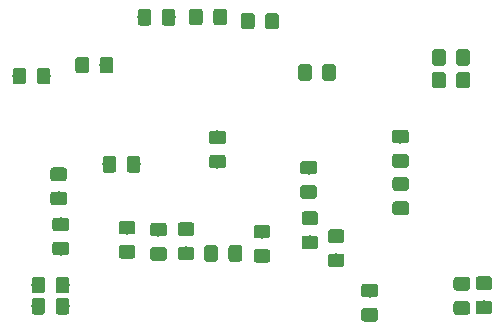
<source format=gbr>
G04 #@! TF.GenerationSoftware,KiCad,Pcbnew,5.0.1*
G04 #@! TF.CreationDate,2019-02-11T13:29:20+08:00*
G04 #@! TF.ProjectId,lab,6C61622E6B696361645F706362000000,rev?*
G04 #@! TF.SameCoordinates,Original*
G04 #@! TF.FileFunction,Paste,Top*
G04 #@! TF.FilePolarity,Positive*
%FSLAX46Y46*%
G04 Gerber Fmt 4.6, Leading zero omitted, Abs format (unit mm)*
G04 Created by KiCad (PCBNEW 5.0.1) date Mon 11 Feb 2019 01:29:20 PM +08*
%MOMM*%
%LPD*%
G01*
G04 APERTURE LIST*
%ADD10C,0.100000*%
%ADD11C,1.150000*%
G04 APERTURE END LIST*
D10*
G04 #@! TO.C,C7*
G36*
X48354505Y-37221204D02*
X48378773Y-37224804D01*
X48402572Y-37230765D01*
X48425671Y-37239030D01*
X48447850Y-37249520D01*
X48468893Y-37262132D01*
X48488599Y-37276747D01*
X48506777Y-37293223D01*
X48523253Y-37311401D01*
X48537868Y-37331107D01*
X48550480Y-37352150D01*
X48560970Y-37374329D01*
X48569235Y-37397428D01*
X48575196Y-37421227D01*
X48578796Y-37445495D01*
X48580000Y-37469999D01*
X48580000Y-38120001D01*
X48578796Y-38144505D01*
X48575196Y-38168773D01*
X48569235Y-38192572D01*
X48560970Y-38215671D01*
X48550480Y-38237850D01*
X48537868Y-38258893D01*
X48523253Y-38278599D01*
X48506777Y-38296777D01*
X48488599Y-38313253D01*
X48468893Y-38327868D01*
X48447850Y-38340480D01*
X48425671Y-38350970D01*
X48402572Y-38359235D01*
X48378773Y-38365196D01*
X48354505Y-38368796D01*
X48330001Y-38370000D01*
X47429999Y-38370000D01*
X47405495Y-38368796D01*
X47381227Y-38365196D01*
X47357428Y-38359235D01*
X47334329Y-38350970D01*
X47312150Y-38340480D01*
X47291107Y-38327868D01*
X47271401Y-38313253D01*
X47253223Y-38296777D01*
X47236747Y-38278599D01*
X47222132Y-38258893D01*
X47209520Y-38237850D01*
X47199030Y-38215671D01*
X47190765Y-38192572D01*
X47184804Y-38168773D01*
X47181204Y-38144505D01*
X47180000Y-38120001D01*
X47180000Y-37469999D01*
X47181204Y-37445495D01*
X47184804Y-37421227D01*
X47190765Y-37397428D01*
X47199030Y-37374329D01*
X47209520Y-37352150D01*
X47222132Y-37331107D01*
X47236747Y-37311401D01*
X47253223Y-37293223D01*
X47271401Y-37276747D01*
X47291107Y-37262132D01*
X47312150Y-37249520D01*
X47334329Y-37239030D01*
X47357428Y-37230765D01*
X47381227Y-37224804D01*
X47405495Y-37221204D01*
X47429999Y-37220000D01*
X48330001Y-37220000D01*
X48354505Y-37221204D01*
X48354505Y-37221204D01*
G37*
D11*
X47880000Y-37795000D03*
D10*
G36*
X48354505Y-39271204D02*
X48378773Y-39274804D01*
X48402572Y-39280765D01*
X48425671Y-39289030D01*
X48447850Y-39299520D01*
X48468893Y-39312132D01*
X48488599Y-39326747D01*
X48506777Y-39343223D01*
X48523253Y-39361401D01*
X48537868Y-39381107D01*
X48550480Y-39402150D01*
X48560970Y-39424329D01*
X48569235Y-39447428D01*
X48575196Y-39471227D01*
X48578796Y-39495495D01*
X48580000Y-39519999D01*
X48580000Y-40170001D01*
X48578796Y-40194505D01*
X48575196Y-40218773D01*
X48569235Y-40242572D01*
X48560970Y-40265671D01*
X48550480Y-40287850D01*
X48537868Y-40308893D01*
X48523253Y-40328599D01*
X48506777Y-40346777D01*
X48488599Y-40363253D01*
X48468893Y-40377868D01*
X48447850Y-40390480D01*
X48425671Y-40400970D01*
X48402572Y-40409235D01*
X48378773Y-40415196D01*
X48354505Y-40418796D01*
X48330001Y-40420000D01*
X47429999Y-40420000D01*
X47405495Y-40418796D01*
X47381227Y-40415196D01*
X47357428Y-40409235D01*
X47334329Y-40400970D01*
X47312150Y-40390480D01*
X47291107Y-40377868D01*
X47271401Y-40363253D01*
X47253223Y-40346777D01*
X47236747Y-40328599D01*
X47222132Y-40308893D01*
X47209520Y-40287850D01*
X47199030Y-40265671D01*
X47190765Y-40242572D01*
X47184804Y-40218773D01*
X47181204Y-40194505D01*
X47180000Y-40170001D01*
X47180000Y-39519999D01*
X47181204Y-39495495D01*
X47184804Y-39471227D01*
X47190765Y-39447428D01*
X47199030Y-39424329D01*
X47209520Y-39402150D01*
X47222132Y-39381107D01*
X47236747Y-39361401D01*
X47253223Y-39343223D01*
X47271401Y-39326747D01*
X47291107Y-39312132D01*
X47312150Y-39299520D01*
X47334329Y-39289030D01*
X47357428Y-39280765D01*
X47381227Y-39274804D01*
X47405495Y-39271204D01*
X47429999Y-39270000D01*
X48330001Y-39270000D01*
X48354505Y-39271204D01*
X48354505Y-39271204D01*
G37*
D11*
X47880000Y-39845000D03*
G04 #@! TD*
D10*
G04 #@! TO.C,C1*
G36*
X33315805Y-32541904D02*
X33340073Y-32545504D01*
X33363872Y-32551465D01*
X33386971Y-32559730D01*
X33409150Y-32570220D01*
X33430193Y-32582832D01*
X33449899Y-32597447D01*
X33468077Y-32613923D01*
X33484553Y-32632101D01*
X33499168Y-32651807D01*
X33511780Y-32672850D01*
X33522270Y-32695029D01*
X33530535Y-32718128D01*
X33536496Y-32741927D01*
X33540096Y-32766195D01*
X33541300Y-32790699D01*
X33541300Y-33690701D01*
X33540096Y-33715205D01*
X33536496Y-33739473D01*
X33530535Y-33763272D01*
X33522270Y-33786371D01*
X33511780Y-33808550D01*
X33499168Y-33829593D01*
X33484553Y-33849299D01*
X33468077Y-33867477D01*
X33449899Y-33883953D01*
X33430193Y-33898568D01*
X33409150Y-33911180D01*
X33386971Y-33921670D01*
X33363872Y-33929935D01*
X33340073Y-33935896D01*
X33315805Y-33939496D01*
X33291301Y-33940700D01*
X32641299Y-33940700D01*
X32616795Y-33939496D01*
X32592527Y-33935896D01*
X32568728Y-33929935D01*
X32545629Y-33921670D01*
X32523450Y-33911180D01*
X32502407Y-33898568D01*
X32482701Y-33883953D01*
X32464523Y-33867477D01*
X32448047Y-33849299D01*
X32433432Y-33829593D01*
X32420820Y-33808550D01*
X32410330Y-33786371D01*
X32402065Y-33763272D01*
X32396104Y-33739473D01*
X32392504Y-33715205D01*
X32391300Y-33690701D01*
X32391300Y-32790699D01*
X32392504Y-32766195D01*
X32396104Y-32741927D01*
X32402065Y-32718128D01*
X32410330Y-32695029D01*
X32420820Y-32672850D01*
X32433432Y-32651807D01*
X32448047Y-32632101D01*
X32464523Y-32613923D01*
X32482701Y-32597447D01*
X32502407Y-32582832D01*
X32523450Y-32570220D01*
X32545629Y-32559730D01*
X32568728Y-32551465D01*
X32592527Y-32545504D01*
X32616795Y-32541904D01*
X32641299Y-32540700D01*
X33291301Y-32540700D01*
X33315805Y-32541904D01*
X33315805Y-32541904D01*
G37*
D11*
X32966300Y-33240700D03*
D10*
G36*
X31265805Y-32541904D02*
X31290073Y-32545504D01*
X31313872Y-32551465D01*
X31336971Y-32559730D01*
X31359150Y-32570220D01*
X31380193Y-32582832D01*
X31399899Y-32597447D01*
X31418077Y-32613923D01*
X31434553Y-32632101D01*
X31449168Y-32651807D01*
X31461780Y-32672850D01*
X31472270Y-32695029D01*
X31480535Y-32718128D01*
X31486496Y-32741927D01*
X31490096Y-32766195D01*
X31491300Y-32790699D01*
X31491300Y-33690701D01*
X31490096Y-33715205D01*
X31486496Y-33739473D01*
X31480535Y-33763272D01*
X31472270Y-33786371D01*
X31461780Y-33808550D01*
X31449168Y-33829593D01*
X31434553Y-33849299D01*
X31418077Y-33867477D01*
X31399899Y-33883953D01*
X31380193Y-33898568D01*
X31359150Y-33911180D01*
X31336971Y-33921670D01*
X31313872Y-33929935D01*
X31290073Y-33935896D01*
X31265805Y-33939496D01*
X31241301Y-33940700D01*
X30591299Y-33940700D01*
X30566795Y-33939496D01*
X30542527Y-33935896D01*
X30518728Y-33929935D01*
X30495629Y-33921670D01*
X30473450Y-33911180D01*
X30452407Y-33898568D01*
X30432701Y-33883953D01*
X30414523Y-33867477D01*
X30398047Y-33849299D01*
X30383432Y-33829593D01*
X30370820Y-33808550D01*
X30360330Y-33786371D01*
X30352065Y-33763272D01*
X30346104Y-33739473D01*
X30342504Y-33715205D01*
X30341300Y-33690701D01*
X30341300Y-32790699D01*
X30342504Y-32766195D01*
X30346104Y-32741927D01*
X30352065Y-32718128D01*
X30360330Y-32695029D01*
X30370820Y-32672850D01*
X30383432Y-32651807D01*
X30398047Y-32632101D01*
X30414523Y-32613923D01*
X30432701Y-32597447D01*
X30452407Y-32582832D01*
X30473450Y-32570220D01*
X30495629Y-32559730D01*
X30518728Y-32551465D01*
X30542527Y-32545504D01*
X30566795Y-32541904D01*
X30591299Y-32540700D01*
X31241301Y-32540700D01*
X31265805Y-32541904D01*
X31265805Y-32541904D01*
G37*
D11*
X30916300Y-33240700D03*
G04 #@! TD*
D10*
G04 #@! TO.C,C2*
G36*
X59165305Y-23477904D02*
X59189573Y-23481504D01*
X59213372Y-23487465D01*
X59236471Y-23495730D01*
X59258650Y-23506220D01*
X59279693Y-23518832D01*
X59299399Y-23533447D01*
X59317577Y-23549923D01*
X59334053Y-23568101D01*
X59348668Y-23587807D01*
X59361280Y-23608850D01*
X59371770Y-23631029D01*
X59380035Y-23654128D01*
X59385996Y-23677927D01*
X59389596Y-23702195D01*
X59390800Y-23726699D01*
X59390800Y-24626701D01*
X59389596Y-24651205D01*
X59385996Y-24675473D01*
X59380035Y-24699272D01*
X59371770Y-24722371D01*
X59361280Y-24744550D01*
X59348668Y-24765593D01*
X59334053Y-24785299D01*
X59317577Y-24803477D01*
X59299399Y-24819953D01*
X59279693Y-24834568D01*
X59258650Y-24847180D01*
X59236471Y-24857670D01*
X59213372Y-24865935D01*
X59189573Y-24871896D01*
X59165305Y-24875496D01*
X59140801Y-24876700D01*
X58490799Y-24876700D01*
X58466295Y-24875496D01*
X58442027Y-24871896D01*
X58418228Y-24865935D01*
X58395129Y-24857670D01*
X58372950Y-24847180D01*
X58351907Y-24834568D01*
X58332201Y-24819953D01*
X58314023Y-24803477D01*
X58297547Y-24785299D01*
X58282932Y-24765593D01*
X58270320Y-24744550D01*
X58259830Y-24722371D01*
X58251565Y-24699272D01*
X58245604Y-24675473D01*
X58242004Y-24651205D01*
X58240800Y-24626701D01*
X58240800Y-23726699D01*
X58242004Y-23702195D01*
X58245604Y-23677927D01*
X58251565Y-23654128D01*
X58259830Y-23631029D01*
X58270320Y-23608850D01*
X58282932Y-23587807D01*
X58297547Y-23568101D01*
X58314023Y-23549923D01*
X58332201Y-23533447D01*
X58351907Y-23518832D01*
X58372950Y-23506220D01*
X58395129Y-23495730D01*
X58418228Y-23487465D01*
X58442027Y-23481504D01*
X58466295Y-23477904D01*
X58490799Y-23476700D01*
X59140801Y-23476700D01*
X59165305Y-23477904D01*
X59165305Y-23477904D01*
G37*
D11*
X58815800Y-24176700D03*
D10*
G36*
X61215305Y-23477904D02*
X61239573Y-23481504D01*
X61263372Y-23487465D01*
X61286471Y-23495730D01*
X61308650Y-23506220D01*
X61329693Y-23518832D01*
X61349399Y-23533447D01*
X61367577Y-23549923D01*
X61384053Y-23568101D01*
X61398668Y-23587807D01*
X61411280Y-23608850D01*
X61421770Y-23631029D01*
X61430035Y-23654128D01*
X61435996Y-23677927D01*
X61439596Y-23702195D01*
X61440800Y-23726699D01*
X61440800Y-24626701D01*
X61439596Y-24651205D01*
X61435996Y-24675473D01*
X61430035Y-24699272D01*
X61421770Y-24722371D01*
X61411280Y-24744550D01*
X61398668Y-24765593D01*
X61384053Y-24785299D01*
X61367577Y-24803477D01*
X61349399Y-24819953D01*
X61329693Y-24834568D01*
X61308650Y-24847180D01*
X61286471Y-24857670D01*
X61263372Y-24865935D01*
X61239573Y-24871896D01*
X61215305Y-24875496D01*
X61190801Y-24876700D01*
X60540799Y-24876700D01*
X60516295Y-24875496D01*
X60492027Y-24871896D01*
X60468228Y-24865935D01*
X60445129Y-24857670D01*
X60422950Y-24847180D01*
X60401907Y-24834568D01*
X60382201Y-24819953D01*
X60364023Y-24803477D01*
X60347547Y-24785299D01*
X60332932Y-24765593D01*
X60320320Y-24744550D01*
X60309830Y-24722371D01*
X60301565Y-24699272D01*
X60295604Y-24675473D01*
X60292004Y-24651205D01*
X60290800Y-24626701D01*
X60290800Y-23726699D01*
X60292004Y-23702195D01*
X60295604Y-23677927D01*
X60301565Y-23654128D01*
X60309830Y-23631029D01*
X60320320Y-23608850D01*
X60332932Y-23587807D01*
X60347547Y-23568101D01*
X60364023Y-23549923D01*
X60382201Y-23533447D01*
X60401907Y-23518832D01*
X60422950Y-23506220D01*
X60445129Y-23495730D01*
X60468228Y-23487465D01*
X60492027Y-23481504D01*
X60516295Y-23477904D01*
X60540799Y-23476700D01*
X61190801Y-23476700D01*
X61215305Y-23477904D01*
X61215305Y-23477904D01*
G37*
D11*
X60865800Y-24176700D03*
G04 #@! TD*
D10*
G04 #@! TO.C,C4*
G36*
X40540605Y-32423504D02*
X40564873Y-32427104D01*
X40588672Y-32433065D01*
X40611771Y-32441330D01*
X40633950Y-32451820D01*
X40654993Y-32464432D01*
X40674699Y-32479047D01*
X40692877Y-32495523D01*
X40709353Y-32513701D01*
X40723968Y-32533407D01*
X40736580Y-32554450D01*
X40747070Y-32576629D01*
X40755335Y-32599728D01*
X40761296Y-32623527D01*
X40764896Y-32647795D01*
X40766100Y-32672299D01*
X40766100Y-33322301D01*
X40764896Y-33346805D01*
X40761296Y-33371073D01*
X40755335Y-33394872D01*
X40747070Y-33417971D01*
X40736580Y-33440150D01*
X40723968Y-33461193D01*
X40709353Y-33480899D01*
X40692877Y-33499077D01*
X40674699Y-33515553D01*
X40654993Y-33530168D01*
X40633950Y-33542780D01*
X40611771Y-33553270D01*
X40588672Y-33561535D01*
X40564873Y-33567496D01*
X40540605Y-33571096D01*
X40516101Y-33572300D01*
X39616099Y-33572300D01*
X39591595Y-33571096D01*
X39567327Y-33567496D01*
X39543528Y-33561535D01*
X39520429Y-33553270D01*
X39498250Y-33542780D01*
X39477207Y-33530168D01*
X39457501Y-33515553D01*
X39439323Y-33499077D01*
X39422847Y-33480899D01*
X39408232Y-33461193D01*
X39395620Y-33440150D01*
X39385130Y-33417971D01*
X39376865Y-33394872D01*
X39370904Y-33371073D01*
X39367304Y-33346805D01*
X39366100Y-33322301D01*
X39366100Y-32672299D01*
X39367304Y-32647795D01*
X39370904Y-32623527D01*
X39376865Y-32599728D01*
X39385130Y-32576629D01*
X39395620Y-32554450D01*
X39408232Y-32533407D01*
X39422847Y-32513701D01*
X39439323Y-32495523D01*
X39457501Y-32479047D01*
X39477207Y-32464432D01*
X39498250Y-32451820D01*
X39520429Y-32441330D01*
X39543528Y-32433065D01*
X39567327Y-32427104D01*
X39591595Y-32423504D01*
X39616099Y-32422300D01*
X40516101Y-32422300D01*
X40540605Y-32423504D01*
X40540605Y-32423504D01*
G37*
D11*
X40066100Y-32997300D03*
D10*
G36*
X40540605Y-30373504D02*
X40564873Y-30377104D01*
X40588672Y-30383065D01*
X40611771Y-30391330D01*
X40633950Y-30401820D01*
X40654993Y-30414432D01*
X40674699Y-30429047D01*
X40692877Y-30445523D01*
X40709353Y-30463701D01*
X40723968Y-30483407D01*
X40736580Y-30504450D01*
X40747070Y-30526629D01*
X40755335Y-30549728D01*
X40761296Y-30573527D01*
X40764896Y-30597795D01*
X40766100Y-30622299D01*
X40766100Y-31272301D01*
X40764896Y-31296805D01*
X40761296Y-31321073D01*
X40755335Y-31344872D01*
X40747070Y-31367971D01*
X40736580Y-31390150D01*
X40723968Y-31411193D01*
X40709353Y-31430899D01*
X40692877Y-31449077D01*
X40674699Y-31465553D01*
X40654993Y-31480168D01*
X40633950Y-31492780D01*
X40611771Y-31503270D01*
X40588672Y-31511535D01*
X40564873Y-31517496D01*
X40540605Y-31521096D01*
X40516101Y-31522300D01*
X39616099Y-31522300D01*
X39591595Y-31521096D01*
X39567327Y-31517496D01*
X39543528Y-31511535D01*
X39520429Y-31503270D01*
X39498250Y-31492780D01*
X39477207Y-31480168D01*
X39457501Y-31465553D01*
X39439323Y-31449077D01*
X39422847Y-31430899D01*
X39408232Y-31411193D01*
X39395620Y-31390150D01*
X39385130Y-31367971D01*
X39376865Y-31344872D01*
X39370904Y-31321073D01*
X39367304Y-31296805D01*
X39366100Y-31272301D01*
X39366100Y-30622299D01*
X39367304Y-30597795D01*
X39370904Y-30573527D01*
X39376865Y-30549728D01*
X39385130Y-30526629D01*
X39395620Y-30504450D01*
X39408232Y-30483407D01*
X39422847Y-30463701D01*
X39439323Y-30445523D01*
X39457501Y-30429047D01*
X39477207Y-30414432D01*
X39498250Y-30401820D01*
X39520429Y-30391330D01*
X39543528Y-30383065D01*
X39567327Y-30377104D01*
X39591595Y-30373504D01*
X39616099Y-30372300D01*
X40516101Y-30372300D01*
X40540605Y-30373504D01*
X40540605Y-30373504D01*
G37*
D11*
X40066100Y-30947300D03*
G04 #@! TD*
D10*
G04 #@! TO.C,C5*
G36*
X61222705Y-44825204D02*
X61246973Y-44828804D01*
X61270772Y-44834765D01*
X61293871Y-44843030D01*
X61316050Y-44853520D01*
X61337093Y-44866132D01*
X61356799Y-44880747D01*
X61374977Y-44897223D01*
X61391453Y-44915401D01*
X61406068Y-44935107D01*
X61418680Y-44956150D01*
X61429170Y-44978329D01*
X61437435Y-45001428D01*
X61443396Y-45025227D01*
X61446996Y-45049495D01*
X61448200Y-45073999D01*
X61448200Y-45724001D01*
X61446996Y-45748505D01*
X61443396Y-45772773D01*
X61437435Y-45796572D01*
X61429170Y-45819671D01*
X61418680Y-45841850D01*
X61406068Y-45862893D01*
X61391453Y-45882599D01*
X61374977Y-45900777D01*
X61356799Y-45917253D01*
X61337093Y-45931868D01*
X61316050Y-45944480D01*
X61293871Y-45954970D01*
X61270772Y-45963235D01*
X61246973Y-45969196D01*
X61222705Y-45972796D01*
X61198201Y-45974000D01*
X60298199Y-45974000D01*
X60273695Y-45972796D01*
X60249427Y-45969196D01*
X60225628Y-45963235D01*
X60202529Y-45954970D01*
X60180350Y-45944480D01*
X60159307Y-45931868D01*
X60139601Y-45917253D01*
X60121423Y-45900777D01*
X60104947Y-45882599D01*
X60090332Y-45862893D01*
X60077720Y-45841850D01*
X60067230Y-45819671D01*
X60058965Y-45796572D01*
X60053004Y-45772773D01*
X60049404Y-45748505D01*
X60048200Y-45724001D01*
X60048200Y-45073999D01*
X60049404Y-45049495D01*
X60053004Y-45025227D01*
X60058965Y-45001428D01*
X60067230Y-44978329D01*
X60077720Y-44956150D01*
X60090332Y-44935107D01*
X60104947Y-44915401D01*
X60121423Y-44897223D01*
X60139601Y-44880747D01*
X60159307Y-44866132D01*
X60180350Y-44853520D01*
X60202529Y-44843030D01*
X60225628Y-44834765D01*
X60249427Y-44828804D01*
X60273695Y-44825204D01*
X60298199Y-44824000D01*
X61198201Y-44824000D01*
X61222705Y-44825204D01*
X61222705Y-44825204D01*
G37*
D11*
X60748200Y-45399000D03*
D10*
G36*
X61222705Y-42775204D02*
X61246973Y-42778804D01*
X61270772Y-42784765D01*
X61293871Y-42793030D01*
X61316050Y-42803520D01*
X61337093Y-42816132D01*
X61356799Y-42830747D01*
X61374977Y-42847223D01*
X61391453Y-42865401D01*
X61406068Y-42885107D01*
X61418680Y-42906150D01*
X61429170Y-42928329D01*
X61437435Y-42951428D01*
X61443396Y-42975227D01*
X61446996Y-42999495D01*
X61448200Y-43023999D01*
X61448200Y-43674001D01*
X61446996Y-43698505D01*
X61443396Y-43722773D01*
X61437435Y-43746572D01*
X61429170Y-43769671D01*
X61418680Y-43791850D01*
X61406068Y-43812893D01*
X61391453Y-43832599D01*
X61374977Y-43850777D01*
X61356799Y-43867253D01*
X61337093Y-43881868D01*
X61316050Y-43894480D01*
X61293871Y-43904970D01*
X61270772Y-43913235D01*
X61246973Y-43919196D01*
X61222705Y-43922796D01*
X61198201Y-43924000D01*
X60298199Y-43924000D01*
X60273695Y-43922796D01*
X60249427Y-43919196D01*
X60225628Y-43913235D01*
X60202529Y-43904970D01*
X60180350Y-43894480D01*
X60159307Y-43881868D01*
X60139601Y-43867253D01*
X60121423Y-43850777D01*
X60104947Y-43832599D01*
X60090332Y-43812893D01*
X60077720Y-43791850D01*
X60067230Y-43769671D01*
X60058965Y-43746572D01*
X60053004Y-43722773D01*
X60049404Y-43698505D01*
X60048200Y-43674001D01*
X60048200Y-43023999D01*
X60049404Y-42999495D01*
X60053004Y-42975227D01*
X60058965Y-42951428D01*
X60067230Y-42928329D01*
X60077720Y-42906150D01*
X60090332Y-42885107D01*
X60104947Y-42865401D01*
X60121423Y-42847223D01*
X60139601Y-42830747D01*
X60159307Y-42816132D01*
X60180350Y-42803520D01*
X60202529Y-42793030D01*
X60225628Y-42784765D01*
X60249427Y-42778804D01*
X60273695Y-42775204D01*
X60298199Y-42774000D01*
X61198201Y-42774000D01*
X61222705Y-42775204D01*
X61222705Y-42775204D01*
G37*
D11*
X60748200Y-43349000D03*
G04 #@! TD*
D10*
G04 #@! TO.C,C6*
G36*
X27298005Y-42764104D02*
X27322273Y-42767704D01*
X27346072Y-42773665D01*
X27369171Y-42781930D01*
X27391350Y-42792420D01*
X27412393Y-42805032D01*
X27432099Y-42819647D01*
X27450277Y-42836123D01*
X27466753Y-42854301D01*
X27481368Y-42874007D01*
X27493980Y-42895050D01*
X27504470Y-42917229D01*
X27512735Y-42940328D01*
X27518696Y-42964127D01*
X27522296Y-42988395D01*
X27523500Y-43012899D01*
X27523500Y-43912901D01*
X27522296Y-43937405D01*
X27518696Y-43961673D01*
X27512735Y-43985472D01*
X27504470Y-44008571D01*
X27493980Y-44030750D01*
X27481368Y-44051793D01*
X27466753Y-44071499D01*
X27450277Y-44089677D01*
X27432099Y-44106153D01*
X27412393Y-44120768D01*
X27391350Y-44133380D01*
X27369171Y-44143870D01*
X27346072Y-44152135D01*
X27322273Y-44158096D01*
X27298005Y-44161696D01*
X27273501Y-44162900D01*
X26623499Y-44162900D01*
X26598995Y-44161696D01*
X26574727Y-44158096D01*
X26550928Y-44152135D01*
X26527829Y-44143870D01*
X26505650Y-44133380D01*
X26484607Y-44120768D01*
X26464901Y-44106153D01*
X26446723Y-44089677D01*
X26430247Y-44071499D01*
X26415632Y-44051793D01*
X26403020Y-44030750D01*
X26392530Y-44008571D01*
X26384265Y-43985472D01*
X26378304Y-43961673D01*
X26374704Y-43937405D01*
X26373500Y-43912901D01*
X26373500Y-43012899D01*
X26374704Y-42988395D01*
X26378304Y-42964127D01*
X26384265Y-42940328D01*
X26392530Y-42917229D01*
X26403020Y-42895050D01*
X26415632Y-42874007D01*
X26430247Y-42854301D01*
X26446723Y-42836123D01*
X26464901Y-42819647D01*
X26484607Y-42805032D01*
X26505650Y-42792420D01*
X26527829Y-42781930D01*
X26550928Y-42773665D01*
X26574727Y-42767704D01*
X26598995Y-42764104D01*
X26623499Y-42762900D01*
X27273501Y-42762900D01*
X27298005Y-42764104D01*
X27298005Y-42764104D01*
G37*
D11*
X26948500Y-43462900D03*
D10*
G36*
X25248005Y-42764104D02*
X25272273Y-42767704D01*
X25296072Y-42773665D01*
X25319171Y-42781930D01*
X25341350Y-42792420D01*
X25362393Y-42805032D01*
X25382099Y-42819647D01*
X25400277Y-42836123D01*
X25416753Y-42854301D01*
X25431368Y-42874007D01*
X25443980Y-42895050D01*
X25454470Y-42917229D01*
X25462735Y-42940328D01*
X25468696Y-42964127D01*
X25472296Y-42988395D01*
X25473500Y-43012899D01*
X25473500Y-43912901D01*
X25472296Y-43937405D01*
X25468696Y-43961673D01*
X25462735Y-43985472D01*
X25454470Y-44008571D01*
X25443980Y-44030750D01*
X25431368Y-44051793D01*
X25416753Y-44071499D01*
X25400277Y-44089677D01*
X25382099Y-44106153D01*
X25362393Y-44120768D01*
X25341350Y-44133380D01*
X25319171Y-44143870D01*
X25296072Y-44152135D01*
X25272273Y-44158096D01*
X25248005Y-44161696D01*
X25223501Y-44162900D01*
X24573499Y-44162900D01*
X24548995Y-44161696D01*
X24524727Y-44158096D01*
X24500928Y-44152135D01*
X24477829Y-44143870D01*
X24455650Y-44133380D01*
X24434607Y-44120768D01*
X24414901Y-44106153D01*
X24396723Y-44089677D01*
X24380247Y-44071499D01*
X24365632Y-44051793D01*
X24353020Y-44030750D01*
X24342530Y-44008571D01*
X24334265Y-43985472D01*
X24328304Y-43961673D01*
X24324704Y-43937405D01*
X24323500Y-43912901D01*
X24323500Y-43012899D01*
X24324704Y-42988395D01*
X24328304Y-42964127D01*
X24334265Y-42940328D01*
X24342530Y-42917229D01*
X24353020Y-42895050D01*
X24365632Y-42874007D01*
X24380247Y-42854301D01*
X24396723Y-42836123D01*
X24414901Y-42819647D01*
X24434607Y-42805032D01*
X24455650Y-42792420D01*
X24477829Y-42781930D01*
X24500928Y-42773665D01*
X24524727Y-42767704D01*
X24548995Y-42764104D01*
X24573499Y-42762900D01*
X25223501Y-42762900D01*
X25248005Y-42764104D01*
X25248005Y-42764104D01*
G37*
D11*
X24898500Y-43462900D03*
G04 #@! TD*
D10*
G04 #@! TO.C,D1*
G36*
X56024505Y-32361204D02*
X56048773Y-32364804D01*
X56072572Y-32370765D01*
X56095671Y-32379030D01*
X56117850Y-32389520D01*
X56138893Y-32402132D01*
X56158599Y-32416747D01*
X56176777Y-32433223D01*
X56193253Y-32451401D01*
X56207868Y-32471107D01*
X56220480Y-32492150D01*
X56230970Y-32514329D01*
X56239235Y-32537428D01*
X56245196Y-32561227D01*
X56248796Y-32585495D01*
X56250000Y-32609999D01*
X56250000Y-33260001D01*
X56248796Y-33284505D01*
X56245196Y-33308773D01*
X56239235Y-33332572D01*
X56230970Y-33355671D01*
X56220480Y-33377850D01*
X56207868Y-33398893D01*
X56193253Y-33418599D01*
X56176777Y-33436777D01*
X56158599Y-33453253D01*
X56138893Y-33467868D01*
X56117850Y-33480480D01*
X56095671Y-33490970D01*
X56072572Y-33499235D01*
X56048773Y-33505196D01*
X56024505Y-33508796D01*
X56000001Y-33510000D01*
X55099999Y-33510000D01*
X55075495Y-33508796D01*
X55051227Y-33505196D01*
X55027428Y-33499235D01*
X55004329Y-33490970D01*
X54982150Y-33480480D01*
X54961107Y-33467868D01*
X54941401Y-33453253D01*
X54923223Y-33436777D01*
X54906747Y-33418599D01*
X54892132Y-33398893D01*
X54879520Y-33377850D01*
X54869030Y-33355671D01*
X54860765Y-33332572D01*
X54854804Y-33308773D01*
X54851204Y-33284505D01*
X54850000Y-33260001D01*
X54850000Y-32609999D01*
X54851204Y-32585495D01*
X54854804Y-32561227D01*
X54860765Y-32537428D01*
X54869030Y-32514329D01*
X54879520Y-32492150D01*
X54892132Y-32471107D01*
X54906747Y-32451401D01*
X54923223Y-32433223D01*
X54941401Y-32416747D01*
X54961107Y-32402132D01*
X54982150Y-32389520D01*
X55004329Y-32379030D01*
X55027428Y-32370765D01*
X55051227Y-32364804D01*
X55075495Y-32361204D01*
X55099999Y-32360000D01*
X56000001Y-32360000D01*
X56024505Y-32361204D01*
X56024505Y-32361204D01*
G37*
D11*
X55550000Y-32935000D03*
D10*
G36*
X56024505Y-30311204D02*
X56048773Y-30314804D01*
X56072572Y-30320765D01*
X56095671Y-30329030D01*
X56117850Y-30339520D01*
X56138893Y-30352132D01*
X56158599Y-30366747D01*
X56176777Y-30383223D01*
X56193253Y-30401401D01*
X56207868Y-30421107D01*
X56220480Y-30442150D01*
X56230970Y-30464329D01*
X56239235Y-30487428D01*
X56245196Y-30511227D01*
X56248796Y-30535495D01*
X56250000Y-30559999D01*
X56250000Y-31210001D01*
X56248796Y-31234505D01*
X56245196Y-31258773D01*
X56239235Y-31282572D01*
X56230970Y-31305671D01*
X56220480Y-31327850D01*
X56207868Y-31348893D01*
X56193253Y-31368599D01*
X56176777Y-31386777D01*
X56158599Y-31403253D01*
X56138893Y-31417868D01*
X56117850Y-31430480D01*
X56095671Y-31440970D01*
X56072572Y-31449235D01*
X56048773Y-31455196D01*
X56024505Y-31458796D01*
X56000001Y-31460000D01*
X55099999Y-31460000D01*
X55075495Y-31458796D01*
X55051227Y-31455196D01*
X55027428Y-31449235D01*
X55004329Y-31440970D01*
X54982150Y-31430480D01*
X54961107Y-31417868D01*
X54941401Y-31403253D01*
X54923223Y-31386777D01*
X54906747Y-31368599D01*
X54892132Y-31348893D01*
X54879520Y-31327850D01*
X54869030Y-31305671D01*
X54860765Y-31282572D01*
X54854804Y-31258773D01*
X54851204Y-31234505D01*
X54850000Y-31210001D01*
X54850000Y-30559999D01*
X54851204Y-30535495D01*
X54854804Y-30511227D01*
X54860765Y-30487428D01*
X54869030Y-30464329D01*
X54879520Y-30442150D01*
X54892132Y-30421107D01*
X54906747Y-30401401D01*
X54923223Y-30383223D01*
X54941401Y-30366747D01*
X54961107Y-30352132D01*
X54982150Y-30339520D01*
X55004329Y-30329030D01*
X55027428Y-30320765D01*
X55051227Y-30314804D01*
X55075495Y-30311204D01*
X55099999Y-30310000D01*
X56000001Y-30310000D01*
X56024505Y-30311204D01*
X56024505Y-30311204D01*
G37*
D11*
X55550000Y-30885000D03*
G04 #@! TD*
D10*
G04 #@! TO.C,R1*
G36*
X47817805Y-24749904D02*
X47842073Y-24753504D01*
X47865872Y-24759465D01*
X47888971Y-24767730D01*
X47911150Y-24778220D01*
X47932193Y-24790832D01*
X47951899Y-24805447D01*
X47970077Y-24821923D01*
X47986553Y-24840101D01*
X48001168Y-24859807D01*
X48013780Y-24880850D01*
X48024270Y-24903029D01*
X48032535Y-24926128D01*
X48038496Y-24949927D01*
X48042096Y-24974195D01*
X48043300Y-24998699D01*
X48043300Y-25898701D01*
X48042096Y-25923205D01*
X48038496Y-25947473D01*
X48032535Y-25971272D01*
X48024270Y-25994371D01*
X48013780Y-26016550D01*
X48001168Y-26037593D01*
X47986553Y-26057299D01*
X47970077Y-26075477D01*
X47951899Y-26091953D01*
X47932193Y-26106568D01*
X47911150Y-26119180D01*
X47888971Y-26129670D01*
X47865872Y-26137935D01*
X47842073Y-26143896D01*
X47817805Y-26147496D01*
X47793301Y-26148700D01*
X47143299Y-26148700D01*
X47118795Y-26147496D01*
X47094527Y-26143896D01*
X47070728Y-26137935D01*
X47047629Y-26129670D01*
X47025450Y-26119180D01*
X47004407Y-26106568D01*
X46984701Y-26091953D01*
X46966523Y-26075477D01*
X46950047Y-26057299D01*
X46935432Y-26037593D01*
X46922820Y-26016550D01*
X46912330Y-25994371D01*
X46904065Y-25971272D01*
X46898104Y-25947473D01*
X46894504Y-25923205D01*
X46893300Y-25898701D01*
X46893300Y-24998699D01*
X46894504Y-24974195D01*
X46898104Y-24949927D01*
X46904065Y-24926128D01*
X46912330Y-24903029D01*
X46922820Y-24880850D01*
X46935432Y-24859807D01*
X46950047Y-24840101D01*
X46966523Y-24821923D01*
X46984701Y-24805447D01*
X47004407Y-24790832D01*
X47025450Y-24778220D01*
X47047629Y-24767730D01*
X47070728Y-24759465D01*
X47094527Y-24753504D01*
X47118795Y-24749904D01*
X47143299Y-24748700D01*
X47793301Y-24748700D01*
X47817805Y-24749904D01*
X47817805Y-24749904D01*
G37*
D11*
X47468300Y-25448700D03*
D10*
G36*
X49867805Y-24749904D02*
X49892073Y-24753504D01*
X49915872Y-24759465D01*
X49938971Y-24767730D01*
X49961150Y-24778220D01*
X49982193Y-24790832D01*
X50001899Y-24805447D01*
X50020077Y-24821923D01*
X50036553Y-24840101D01*
X50051168Y-24859807D01*
X50063780Y-24880850D01*
X50074270Y-24903029D01*
X50082535Y-24926128D01*
X50088496Y-24949927D01*
X50092096Y-24974195D01*
X50093300Y-24998699D01*
X50093300Y-25898701D01*
X50092096Y-25923205D01*
X50088496Y-25947473D01*
X50082535Y-25971272D01*
X50074270Y-25994371D01*
X50063780Y-26016550D01*
X50051168Y-26037593D01*
X50036553Y-26057299D01*
X50020077Y-26075477D01*
X50001899Y-26091953D01*
X49982193Y-26106568D01*
X49961150Y-26119180D01*
X49938971Y-26129670D01*
X49915872Y-26137935D01*
X49892073Y-26143896D01*
X49867805Y-26147496D01*
X49843301Y-26148700D01*
X49193299Y-26148700D01*
X49168795Y-26147496D01*
X49144527Y-26143896D01*
X49120728Y-26137935D01*
X49097629Y-26129670D01*
X49075450Y-26119180D01*
X49054407Y-26106568D01*
X49034701Y-26091953D01*
X49016523Y-26075477D01*
X49000047Y-26057299D01*
X48985432Y-26037593D01*
X48972820Y-26016550D01*
X48962330Y-25994371D01*
X48954065Y-25971272D01*
X48948104Y-25947473D01*
X48944504Y-25923205D01*
X48943300Y-25898701D01*
X48943300Y-24998699D01*
X48944504Y-24974195D01*
X48948104Y-24949927D01*
X48954065Y-24926128D01*
X48962330Y-24903029D01*
X48972820Y-24880850D01*
X48985432Y-24859807D01*
X49000047Y-24840101D01*
X49016523Y-24821923D01*
X49034701Y-24805447D01*
X49054407Y-24790832D01*
X49075450Y-24778220D01*
X49097629Y-24767730D01*
X49120728Y-24759465D01*
X49144527Y-24753504D01*
X49168795Y-24749904D01*
X49193299Y-24748700D01*
X49843301Y-24748700D01*
X49867805Y-24749904D01*
X49867805Y-24749904D01*
G37*
D11*
X49518300Y-25448700D03*
G04 #@! TD*
D10*
G04 #@! TO.C,R3*
G36*
X35543505Y-38185004D02*
X35567773Y-38188604D01*
X35591572Y-38194565D01*
X35614671Y-38202830D01*
X35636850Y-38213320D01*
X35657893Y-38225932D01*
X35677599Y-38240547D01*
X35695777Y-38257023D01*
X35712253Y-38275201D01*
X35726868Y-38294907D01*
X35739480Y-38315950D01*
X35749970Y-38338129D01*
X35758235Y-38361228D01*
X35764196Y-38385027D01*
X35767796Y-38409295D01*
X35769000Y-38433799D01*
X35769000Y-39083801D01*
X35767796Y-39108305D01*
X35764196Y-39132573D01*
X35758235Y-39156372D01*
X35749970Y-39179471D01*
X35739480Y-39201650D01*
X35726868Y-39222693D01*
X35712253Y-39242399D01*
X35695777Y-39260577D01*
X35677599Y-39277053D01*
X35657893Y-39291668D01*
X35636850Y-39304280D01*
X35614671Y-39314770D01*
X35591572Y-39323035D01*
X35567773Y-39328996D01*
X35543505Y-39332596D01*
X35519001Y-39333800D01*
X34618999Y-39333800D01*
X34594495Y-39332596D01*
X34570227Y-39328996D01*
X34546428Y-39323035D01*
X34523329Y-39314770D01*
X34501150Y-39304280D01*
X34480107Y-39291668D01*
X34460401Y-39277053D01*
X34442223Y-39260577D01*
X34425747Y-39242399D01*
X34411132Y-39222693D01*
X34398520Y-39201650D01*
X34388030Y-39179471D01*
X34379765Y-39156372D01*
X34373804Y-39132573D01*
X34370204Y-39108305D01*
X34369000Y-39083801D01*
X34369000Y-38433799D01*
X34370204Y-38409295D01*
X34373804Y-38385027D01*
X34379765Y-38361228D01*
X34388030Y-38338129D01*
X34398520Y-38315950D01*
X34411132Y-38294907D01*
X34425747Y-38275201D01*
X34442223Y-38257023D01*
X34460401Y-38240547D01*
X34480107Y-38225932D01*
X34501150Y-38213320D01*
X34523329Y-38202830D01*
X34546428Y-38194565D01*
X34570227Y-38188604D01*
X34594495Y-38185004D01*
X34618999Y-38183800D01*
X35519001Y-38183800D01*
X35543505Y-38185004D01*
X35543505Y-38185004D01*
G37*
D11*
X35069000Y-38758800D03*
D10*
G36*
X35543505Y-40235004D02*
X35567773Y-40238604D01*
X35591572Y-40244565D01*
X35614671Y-40252830D01*
X35636850Y-40263320D01*
X35657893Y-40275932D01*
X35677599Y-40290547D01*
X35695777Y-40307023D01*
X35712253Y-40325201D01*
X35726868Y-40344907D01*
X35739480Y-40365950D01*
X35749970Y-40388129D01*
X35758235Y-40411228D01*
X35764196Y-40435027D01*
X35767796Y-40459295D01*
X35769000Y-40483799D01*
X35769000Y-41133801D01*
X35767796Y-41158305D01*
X35764196Y-41182573D01*
X35758235Y-41206372D01*
X35749970Y-41229471D01*
X35739480Y-41251650D01*
X35726868Y-41272693D01*
X35712253Y-41292399D01*
X35695777Y-41310577D01*
X35677599Y-41327053D01*
X35657893Y-41341668D01*
X35636850Y-41354280D01*
X35614671Y-41364770D01*
X35591572Y-41373035D01*
X35567773Y-41378996D01*
X35543505Y-41382596D01*
X35519001Y-41383800D01*
X34618999Y-41383800D01*
X34594495Y-41382596D01*
X34570227Y-41378996D01*
X34546428Y-41373035D01*
X34523329Y-41364770D01*
X34501150Y-41354280D01*
X34480107Y-41341668D01*
X34460401Y-41327053D01*
X34442223Y-41310577D01*
X34425747Y-41292399D01*
X34411132Y-41272693D01*
X34398520Y-41251650D01*
X34388030Y-41229471D01*
X34379765Y-41206372D01*
X34373804Y-41182573D01*
X34370204Y-41158305D01*
X34369000Y-41133801D01*
X34369000Y-40483799D01*
X34370204Y-40459295D01*
X34373804Y-40435027D01*
X34379765Y-40411228D01*
X34388030Y-40388129D01*
X34398520Y-40365950D01*
X34411132Y-40344907D01*
X34425747Y-40325201D01*
X34442223Y-40307023D01*
X34460401Y-40290547D01*
X34480107Y-40275932D01*
X34501150Y-40263320D01*
X34523329Y-40252830D01*
X34546428Y-40244565D01*
X34570227Y-40238604D01*
X34594495Y-40235004D01*
X34618999Y-40233800D01*
X35519001Y-40233800D01*
X35543505Y-40235004D01*
X35543505Y-40235004D01*
G37*
D11*
X35069000Y-40808800D03*
G04 #@! TD*
D10*
G04 #@! TO.C,R4*
G36*
X27083505Y-35551904D02*
X27107773Y-35555504D01*
X27131572Y-35561465D01*
X27154671Y-35569730D01*
X27176850Y-35580220D01*
X27197893Y-35592832D01*
X27217599Y-35607447D01*
X27235777Y-35623923D01*
X27252253Y-35642101D01*
X27266868Y-35661807D01*
X27279480Y-35682850D01*
X27289970Y-35705029D01*
X27298235Y-35728128D01*
X27304196Y-35751927D01*
X27307796Y-35776195D01*
X27309000Y-35800699D01*
X27309000Y-36450701D01*
X27307796Y-36475205D01*
X27304196Y-36499473D01*
X27298235Y-36523272D01*
X27289970Y-36546371D01*
X27279480Y-36568550D01*
X27266868Y-36589593D01*
X27252253Y-36609299D01*
X27235777Y-36627477D01*
X27217599Y-36643953D01*
X27197893Y-36658568D01*
X27176850Y-36671180D01*
X27154671Y-36681670D01*
X27131572Y-36689935D01*
X27107773Y-36695896D01*
X27083505Y-36699496D01*
X27059001Y-36700700D01*
X26158999Y-36700700D01*
X26134495Y-36699496D01*
X26110227Y-36695896D01*
X26086428Y-36689935D01*
X26063329Y-36681670D01*
X26041150Y-36671180D01*
X26020107Y-36658568D01*
X26000401Y-36643953D01*
X25982223Y-36627477D01*
X25965747Y-36609299D01*
X25951132Y-36589593D01*
X25938520Y-36568550D01*
X25928030Y-36546371D01*
X25919765Y-36523272D01*
X25913804Y-36499473D01*
X25910204Y-36475205D01*
X25909000Y-36450701D01*
X25909000Y-35800699D01*
X25910204Y-35776195D01*
X25913804Y-35751927D01*
X25919765Y-35728128D01*
X25928030Y-35705029D01*
X25938520Y-35682850D01*
X25951132Y-35661807D01*
X25965747Y-35642101D01*
X25982223Y-35623923D01*
X26000401Y-35607447D01*
X26020107Y-35592832D01*
X26041150Y-35580220D01*
X26063329Y-35569730D01*
X26086428Y-35561465D01*
X26110227Y-35555504D01*
X26134495Y-35551904D01*
X26158999Y-35550700D01*
X27059001Y-35550700D01*
X27083505Y-35551904D01*
X27083505Y-35551904D01*
G37*
D11*
X26609000Y-36125700D03*
D10*
G36*
X27083505Y-33501904D02*
X27107773Y-33505504D01*
X27131572Y-33511465D01*
X27154671Y-33519730D01*
X27176850Y-33530220D01*
X27197893Y-33542832D01*
X27217599Y-33557447D01*
X27235777Y-33573923D01*
X27252253Y-33592101D01*
X27266868Y-33611807D01*
X27279480Y-33632850D01*
X27289970Y-33655029D01*
X27298235Y-33678128D01*
X27304196Y-33701927D01*
X27307796Y-33726195D01*
X27309000Y-33750699D01*
X27309000Y-34400701D01*
X27307796Y-34425205D01*
X27304196Y-34449473D01*
X27298235Y-34473272D01*
X27289970Y-34496371D01*
X27279480Y-34518550D01*
X27266868Y-34539593D01*
X27252253Y-34559299D01*
X27235777Y-34577477D01*
X27217599Y-34593953D01*
X27197893Y-34608568D01*
X27176850Y-34621180D01*
X27154671Y-34631670D01*
X27131572Y-34639935D01*
X27107773Y-34645896D01*
X27083505Y-34649496D01*
X27059001Y-34650700D01*
X26158999Y-34650700D01*
X26134495Y-34649496D01*
X26110227Y-34645896D01*
X26086428Y-34639935D01*
X26063329Y-34631670D01*
X26041150Y-34621180D01*
X26020107Y-34608568D01*
X26000401Y-34593953D01*
X25982223Y-34577477D01*
X25965747Y-34559299D01*
X25951132Y-34539593D01*
X25938520Y-34518550D01*
X25928030Y-34496371D01*
X25919765Y-34473272D01*
X25913804Y-34449473D01*
X25910204Y-34425205D01*
X25909000Y-34400701D01*
X25909000Y-33750699D01*
X25910204Y-33726195D01*
X25913804Y-33701927D01*
X25919765Y-33678128D01*
X25928030Y-33655029D01*
X25938520Y-33632850D01*
X25951132Y-33611807D01*
X25965747Y-33592101D01*
X25982223Y-33573923D01*
X26000401Y-33557447D01*
X26020107Y-33542832D01*
X26041150Y-33530220D01*
X26063329Y-33519730D01*
X26086428Y-33511465D01*
X26110227Y-33505504D01*
X26134495Y-33501904D01*
X26158999Y-33500700D01*
X27059001Y-33500700D01*
X27083505Y-33501904D01*
X27083505Y-33501904D01*
G37*
D11*
X26609000Y-34075700D03*
G04 #@! TD*
D10*
G04 #@! TO.C,R5*
G36*
X53422705Y-45398204D02*
X53446973Y-45401804D01*
X53470772Y-45407765D01*
X53493871Y-45416030D01*
X53516050Y-45426520D01*
X53537093Y-45439132D01*
X53556799Y-45453747D01*
X53574977Y-45470223D01*
X53591453Y-45488401D01*
X53606068Y-45508107D01*
X53618680Y-45529150D01*
X53629170Y-45551329D01*
X53637435Y-45574428D01*
X53643396Y-45598227D01*
X53646996Y-45622495D01*
X53648200Y-45646999D01*
X53648200Y-46297001D01*
X53646996Y-46321505D01*
X53643396Y-46345773D01*
X53637435Y-46369572D01*
X53629170Y-46392671D01*
X53618680Y-46414850D01*
X53606068Y-46435893D01*
X53591453Y-46455599D01*
X53574977Y-46473777D01*
X53556799Y-46490253D01*
X53537093Y-46504868D01*
X53516050Y-46517480D01*
X53493871Y-46527970D01*
X53470772Y-46536235D01*
X53446973Y-46542196D01*
X53422705Y-46545796D01*
X53398201Y-46547000D01*
X52498199Y-46547000D01*
X52473695Y-46545796D01*
X52449427Y-46542196D01*
X52425628Y-46536235D01*
X52402529Y-46527970D01*
X52380350Y-46517480D01*
X52359307Y-46504868D01*
X52339601Y-46490253D01*
X52321423Y-46473777D01*
X52304947Y-46455599D01*
X52290332Y-46435893D01*
X52277720Y-46414850D01*
X52267230Y-46392671D01*
X52258965Y-46369572D01*
X52253004Y-46345773D01*
X52249404Y-46321505D01*
X52248200Y-46297001D01*
X52248200Y-45646999D01*
X52249404Y-45622495D01*
X52253004Y-45598227D01*
X52258965Y-45574428D01*
X52267230Y-45551329D01*
X52277720Y-45529150D01*
X52290332Y-45508107D01*
X52304947Y-45488401D01*
X52321423Y-45470223D01*
X52339601Y-45453747D01*
X52359307Y-45439132D01*
X52380350Y-45426520D01*
X52402529Y-45416030D01*
X52425628Y-45407765D01*
X52449427Y-45401804D01*
X52473695Y-45398204D01*
X52498199Y-45397000D01*
X53398201Y-45397000D01*
X53422705Y-45398204D01*
X53422705Y-45398204D01*
G37*
D11*
X52948200Y-45972000D03*
D10*
G36*
X53422705Y-43348204D02*
X53446973Y-43351804D01*
X53470772Y-43357765D01*
X53493871Y-43366030D01*
X53516050Y-43376520D01*
X53537093Y-43389132D01*
X53556799Y-43403747D01*
X53574977Y-43420223D01*
X53591453Y-43438401D01*
X53606068Y-43458107D01*
X53618680Y-43479150D01*
X53629170Y-43501329D01*
X53637435Y-43524428D01*
X53643396Y-43548227D01*
X53646996Y-43572495D01*
X53648200Y-43596999D01*
X53648200Y-44247001D01*
X53646996Y-44271505D01*
X53643396Y-44295773D01*
X53637435Y-44319572D01*
X53629170Y-44342671D01*
X53618680Y-44364850D01*
X53606068Y-44385893D01*
X53591453Y-44405599D01*
X53574977Y-44423777D01*
X53556799Y-44440253D01*
X53537093Y-44454868D01*
X53516050Y-44467480D01*
X53493871Y-44477970D01*
X53470772Y-44486235D01*
X53446973Y-44492196D01*
X53422705Y-44495796D01*
X53398201Y-44497000D01*
X52498199Y-44497000D01*
X52473695Y-44495796D01*
X52449427Y-44492196D01*
X52425628Y-44486235D01*
X52402529Y-44477970D01*
X52380350Y-44467480D01*
X52359307Y-44454868D01*
X52339601Y-44440253D01*
X52321423Y-44423777D01*
X52304947Y-44405599D01*
X52290332Y-44385893D01*
X52277720Y-44364850D01*
X52267230Y-44342671D01*
X52258965Y-44319572D01*
X52253004Y-44295773D01*
X52249404Y-44271505D01*
X52248200Y-44247001D01*
X52248200Y-43596999D01*
X52249404Y-43572495D01*
X52253004Y-43548227D01*
X52258965Y-43524428D01*
X52267230Y-43501329D01*
X52277720Y-43479150D01*
X52290332Y-43458107D01*
X52304947Y-43438401D01*
X52321423Y-43420223D01*
X52339601Y-43403747D01*
X52359307Y-43389132D01*
X52380350Y-43376520D01*
X52402529Y-43366030D01*
X52425628Y-43357765D01*
X52449427Y-43351804D01*
X52473695Y-43348204D01*
X52498199Y-43347000D01*
X53398201Y-43347000D01*
X53422705Y-43348204D01*
X53422705Y-43348204D01*
G37*
D11*
X52948200Y-43922000D03*
G04 #@! TD*
D10*
G04 #@! TO.C,R6*
G36*
X27262305Y-37748004D02*
X27286573Y-37751604D01*
X27310372Y-37757565D01*
X27333471Y-37765830D01*
X27355650Y-37776320D01*
X27376693Y-37788932D01*
X27396399Y-37803547D01*
X27414577Y-37820023D01*
X27431053Y-37838201D01*
X27445668Y-37857907D01*
X27458280Y-37878950D01*
X27468770Y-37901129D01*
X27477035Y-37924228D01*
X27482996Y-37948027D01*
X27486596Y-37972295D01*
X27487800Y-37996799D01*
X27487800Y-38646801D01*
X27486596Y-38671305D01*
X27482996Y-38695573D01*
X27477035Y-38719372D01*
X27468770Y-38742471D01*
X27458280Y-38764650D01*
X27445668Y-38785693D01*
X27431053Y-38805399D01*
X27414577Y-38823577D01*
X27396399Y-38840053D01*
X27376693Y-38854668D01*
X27355650Y-38867280D01*
X27333471Y-38877770D01*
X27310372Y-38886035D01*
X27286573Y-38891996D01*
X27262305Y-38895596D01*
X27237801Y-38896800D01*
X26337799Y-38896800D01*
X26313295Y-38895596D01*
X26289027Y-38891996D01*
X26265228Y-38886035D01*
X26242129Y-38877770D01*
X26219950Y-38867280D01*
X26198907Y-38854668D01*
X26179201Y-38840053D01*
X26161023Y-38823577D01*
X26144547Y-38805399D01*
X26129932Y-38785693D01*
X26117320Y-38764650D01*
X26106830Y-38742471D01*
X26098565Y-38719372D01*
X26092604Y-38695573D01*
X26089004Y-38671305D01*
X26087800Y-38646801D01*
X26087800Y-37996799D01*
X26089004Y-37972295D01*
X26092604Y-37948027D01*
X26098565Y-37924228D01*
X26106830Y-37901129D01*
X26117320Y-37878950D01*
X26129932Y-37857907D01*
X26144547Y-37838201D01*
X26161023Y-37820023D01*
X26179201Y-37803547D01*
X26198907Y-37788932D01*
X26219950Y-37776320D01*
X26242129Y-37765830D01*
X26265228Y-37757565D01*
X26289027Y-37751604D01*
X26313295Y-37748004D01*
X26337799Y-37746800D01*
X27237801Y-37746800D01*
X27262305Y-37748004D01*
X27262305Y-37748004D01*
G37*
D11*
X26787800Y-38321800D03*
D10*
G36*
X27262305Y-39798004D02*
X27286573Y-39801604D01*
X27310372Y-39807565D01*
X27333471Y-39815830D01*
X27355650Y-39826320D01*
X27376693Y-39838932D01*
X27396399Y-39853547D01*
X27414577Y-39870023D01*
X27431053Y-39888201D01*
X27445668Y-39907907D01*
X27458280Y-39928950D01*
X27468770Y-39951129D01*
X27477035Y-39974228D01*
X27482996Y-39998027D01*
X27486596Y-40022295D01*
X27487800Y-40046799D01*
X27487800Y-40696801D01*
X27486596Y-40721305D01*
X27482996Y-40745573D01*
X27477035Y-40769372D01*
X27468770Y-40792471D01*
X27458280Y-40814650D01*
X27445668Y-40835693D01*
X27431053Y-40855399D01*
X27414577Y-40873577D01*
X27396399Y-40890053D01*
X27376693Y-40904668D01*
X27355650Y-40917280D01*
X27333471Y-40927770D01*
X27310372Y-40936035D01*
X27286573Y-40941996D01*
X27262305Y-40945596D01*
X27237801Y-40946800D01*
X26337799Y-40946800D01*
X26313295Y-40945596D01*
X26289027Y-40941996D01*
X26265228Y-40936035D01*
X26242129Y-40927770D01*
X26219950Y-40917280D01*
X26198907Y-40904668D01*
X26179201Y-40890053D01*
X26161023Y-40873577D01*
X26144547Y-40855399D01*
X26129932Y-40835693D01*
X26117320Y-40814650D01*
X26106830Y-40792471D01*
X26098565Y-40769372D01*
X26092604Y-40745573D01*
X26089004Y-40721305D01*
X26087800Y-40696801D01*
X26087800Y-40046799D01*
X26089004Y-40022295D01*
X26092604Y-39998027D01*
X26098565Y-39974228D01*
X26106830Y-39951129D01*
X26117320Y-39928950D01*
X26129932Y-39907907D01*
X26144547Y-39888201D01*
X26161023Y-39870023D01*
X26179201Y-39853547D01*
X26198907Y-39838932D01*
X26219950Y-39826320D01*
X26242129Y-39815830D01*
X26265228Y-39807565D01*
X26289027Y-39801604D01*
X26313295Y-39798004D01*
X26337799Y-39796800D01*
X27237801Y-39796800D01*
X27262305Y-39798004D01*
X27262305Y-39798004D01*
G37*
D11*
X26787800Y-40371800D03*
G04 #@! TD*
D10*
G04 #@! TO.C,R7*
G36*
X63087005Y-42724804D02*
X63111273Y-42728404D01*
X63135072Y-42734365D01*
X63158171Y-42742630D01*
X63180350Y-42753120D01*
X63201393Y-42765732D01*
X63221099Y-42780347D01*
X63239277Y-42796823D01*
X63255753Y-42815001D01*
X63270368Y-42834707D01*
X63282980Y-42855750D01*
X63293470Y-42877929D01*
X63301735Y-42901028D01*
X63307696Y-42924827D01*
X63311296Y-42949095D01*
X63312500Y-42973599D01*
X63312500Y-43623601D01*
X63311296Y-43648105D01*
X63307696Y-43672373D01*
X63301735Y-43696172D01*
X63293470Y-43719271D01*
X63282980Y-43741450D01*
X63270368Y-43762493D01*
X63255753Y-43782199D01*
X63239277Y-43800377D01*
X63221099Y-43816853D01*
X63201393Y-43831468D01*
X63180350Y-43844080D01*
X63158171Y-43854570D01*
X63135072Y-43862835D01*
X63111273Y-43868796D01*
X63087005Y-43872396D01*
X63062501Y-43873600D01*
X62162499Y-43873600D01*
X62137995Y-43872396D01*
X62113727Y-43868796D01*
X62089928Y-43862835D01*
X62066829Y-43854570D01*
X62044650Y-43844080D01*
X62023607Y-43831468D01*
X62003901Y-43816853D01*
X61985723Y-43800377D01*
X61969247Y-43782199D01*
X61954632Y-43762493D01*
X61942020Y-43741450D01*
X61931530Y-43719271D01*
X61923265Y-43696172D01*
X61917304Y-43672373D01*
X61913704Y-43648105D01*
X61912500Y-43623601D01*
X61912500Y-42973599D01*
X61913704Y-42949095D01*
X61917304Y-42924827D01*
X61923265Y-42901028D01*
X61931530Y-42877929D01*
X61942020Y-42855750D01*
X61954632Y-42834707D01*
X61969247Y-42815001D01*
X61985723Y-42796823D01*
X62003901Y-42780347D01*
X62023607Y-42765732D01*
X62044650Y-42753120D01*
X62066829Y-42742630D01*
X62089928Y-42734365D01*
X62113727Y-42728404D01*
X62137995Y-42724804D01*
X62162499Y-42723600D01*
X63062501Y-42723600D01*
X63087005Y-42724804D01*
X63087005Y-42724804D01*
G37*
D11*
X62612500Y-43298600D03*
D10*
G36*
X63087005Y-44774804D02*
X63111273Y-44778404D01*
X63135072Y-44784365D01*
X63158171Y-44792630D01*
X63180350Y-44803120D01*
X63201393Y-44815732D01*
X63221099Y-44830347D01*
X63239277Y-44846823D01*
X63255753Y-44865001D01*
X63270368Y-44884707D01*
X63282980Y-44905750D01*
X63293470Y-44927929D01*
X63301735Y-44951028D01*
X63307696Y-44974827D01*
X63311296Y-44999095D01*
X63312500Y-45023599D01*
X63312500Y-45673601D01*
X63311296Y-45698105D01*
X63307696Y-45722373D01*
X63301735Y-45746172D01*
X63293470Y-45769271D01*
X63282980Y-45791450D01*
X63270368Y-45812493D01*
X63255753Y-45832199D01*
X63239277Y-45850377D01*
X63221099Y-45866853D01*
X63201393Y-45881468D01*
X63180350Y-45894080D01*
X63158171Y-45904570D01*
X63135072Y-45912835D01*
X63111273Y-45918796D01*
X63087005Y-45922396D01*
X63062501Y-45923600D01*
X62162499Y-45923600D01*
X62137995Y-45922396D01*
X62113727Y-45918796D01*
X62089928Y-45912835D01*
X62066829Y-45904570D01*
X62044650Y-45894080D01*
X62023607Y-45881468D01*
X62003901Y-45866853D01*
X61985723Y-45850377D01*
X61969247Y-45832199D01*
X61954632Y-45812493D01*
X61942020Y-45791450D01*
X61931530Y-45769271D01*
X61923265Y-45746172D01*
X61917304Y-45722373D01*
X61913704Y-45698105D01*
X61912500Y-45673601D01*
X61912500Y-45023599D01*
X61913704Y-44999095D01*
X61917304Y-44974827D01*
X61923265Y-44951028D01*
X61931530Y-44927929D01*
X61942020Y-44905750D01*
X61954632Y-44884707D01*
X61969247Y-44865001D01*
X61985723Y-44846823D01*
X62003901Y-44830347D01*
X62023607Y-44815732D01*
X62044650Y-44803120D01*
X62066829Y-44792630D01*
X62089928Y-44784365D01*
X62113727Y-44778404D01*
X62137995Y-44774804D01*
X62162499Y-44773600D01*
X63062501Y-44773600D01*
X63087005Y-44774804D01*
X63087005Y-44774804D01*
G37*
D11*
X62612500Y-45348600D03*
G04 #@! TD*
D10*
G04 #@! TO.C,R8*
G36*
X56054505Y-36374104D02*
X56078773Y-36377704D01*
X56102572Y-36383665D01*
X56125671Y-36391930D01*
X56147850Y-36402420D01*
X56168893Y-36415032D01*
X56188599Y-36429647D01*
X56206777Y-36446123D01*
X56223253Y-36464301D01*
X56237868Y-36484007D01*
X56250480Y-36505050D01*
X56260970Y-36527229D01*
X56269235Y-36550328D01*
X56275196Y-36574127D01*
X56278796Y-36598395D01*
X56280000Y-36622899D01*
X56280000Y-37272901D01*
X56278796Y-37297405D01*
X56275196Y-37321673D01*
X56269235Y-37345472D01*
X56260970Y-37368571D01*
X56250480Y-37390750D01*
X56237868Y-37411793D01*
X56223253Y-37431499D01*
X56206777Y-37449677D01*
X56188599Y-37466153D01*
X56168893Y-37480768D01*
X56147850Y-37493380D01*
X56125671Y-37503870D01*
X56102572Y-37512135D01*
X56078773Y-37518096D01*
X56054505Y-37521696D01*
X56030001Y-37522900D01*
X55129999Y-37522900D01*
X55105495Y-37521696D01*
X55081227Y-37518096D01*
X55057428Y-37512135D01*
X55034329Y-37503870D01*
X55012150Y-37493380D01*
X54991107Y-37480768D01*
X54971401Y-37466153D01*
X54953223Y-37449677D01*
X54936747Y-37431499D01*
X54922132Y-37411793D01*
X54909520Y-37390750D01*
X54899030Y-37368571D01*
X54890765Y-37345472D01*
X54884804Y-37321673D01*
X54881204Y-37297405D01*
X54880000Y-37272901D01*
X54880000Y-36622899D01*
X54881204Y-36598395D01*
X54884804Y-36574127D01*
X54890765Y-36550328D01*
X54899030Y-36527229D01*
X54909520Y-36505050D01*
X54922132Y-36484007D01*
X54936747Y-36464301D01*
X54953223Y-36446123D01*
X54971401Y-36429647D01*
X54991107Y-36415032D01*
X55012150Y-36402420D01*
X55034329Y-36391930D01*
X55057428Y-36383665D01*
X55081227Y-36377704D01*
X55105495Y-36374104D01*
X55129999Y-36372900D01*
X56030001Y-36372900D01*
X56054505Y-36374104D01*
X56054505Y-36374104D01*
G37*
D11*
X55580000Y-36947900D03*
D10*
G36*
X56054505Y-34324104D02*
X56078773Y-34327704D01*
X56102572Y-34333665D01*
X56125671Y-34341930D01*
X56147850Y-34352420D01*
X56168893Y-34365032D01*
X56188599Y-34379647D01*
X56206777Y-34396123D01*
X56223253Y-34414301D01*
X56237868Y-34434007D01*
X56250480Y-34455050D01*
X56260970Y-34477229D01*
X56269235Y-34500328D01*
X56275196Y-34524127D01*
X56278796Y-34548395D01*
X56280000Y-34572899D01*
X56280000Y-35222901D01*
X56278796Y-35247405D01*
X56275196Y-35271673D01*
X56269235Y-35295472D01*
X56260970Y-35318571D01*
X56250480Y-35340750D01*
X56237868Y-35361793D01*
X56223253Y-35381499D01*
X56206777Y-35399677D01*
X56188599Y-35416153D01*
X56168893Y-35430768D01*
X56147850Y-35443380D01*
X56125671Y-35453870D01*
X56102572Y-35462135D01*
X56078773Y-35468096D01*
X56054505Y-35471696D01*
X56030001Y-35472900D01*
X55129999Y-35472900D01*
X55105495Y-35471696D01*
X55081227Y-35468096D01*
X55057428Y-35462135D01*
X55034329Y-35453870D01*
X55012150Y-35443380D01*
X54991107Y-35430768D01*
X54971401Y-35416153D01*
X54953223Y-35399677D01*
X54936747Y-35381499D01*
X54922132Y-35361793D01*
X54909520Y-35340750D01*
X54899030Y-35318571D01*
X54890765Y-35295472D01*
X54884804Y-35271673D01*
X54881204Y-35247405D01*
X54880000Y-35222901D01*
X54880000Y-34572899D01*
X54881204Y-34548395D01*
X54884804Y-34524127D01*
X54890765Y-34500328D01*
X54899030Y-34477229D01*
X54909520Y-34455050D01*
X54922132Y-34434007D01*
X54936747Y-34414301D01*
X54953223Y-34396123D01*
X54971401Y-34379647D01*
X54991107Y-34365032D01*
X55012150Y-34352420D01*
X55034329Y-34341930D01*
X55057428Y-34333665D01*
X55081227Y-34327704D01*
X55105495Y-34324104D01*
X55129999Y-34322900D01*
X56030001Y-34322900D01*
X56054505Y-34324104D01*
X56054505Y-34324104D01*
G37*
D11*
X55580000Y-34897900D03*
G04 #@! TD*
D10*
G04 #@! TO.C,R9*
G36*
X48257105Y-32945204D02*
X48281373Y-32948804D01*
X48305172Y-32954765D01*
X48328271Y-32963030D01*
X48350450Y-32973520D01*
X48371493Y-32986132D01*
X48391199Y-33000747D01*
X48409377Y-33017223D01*
X48425853Y-33035401D01*
X48440468Y-33055107D01*
X48453080Y-33076150D01*
X48463570Y-33098329D01*
X48471835Y-33121428D01*
X48477796Y-33145227D01*
X48481396Y-33169495D01*
X48482600Y-33193999D01*
X48482600Y-33844001D01*
X48481396Y-33868505D01*
X48477796Y-33892773D01*
X48471835Y-33916572D01*
X48463570Y-33939671D01*
X48453080Y-33961850D01*
X48440468Y-33982893D01*
X48425853Y-34002599D01*
X48409377Y-34020777D01*
X48391199Y-34037253D01*
X48371493Y-34051868D01*
X48350450Y-34064480D01*
X48328271Y-34074970D01*
X48305172Y-34083235D01*
X48281373Y-34089196D01*
X48257105Y-34092796D01*
X48232601Y-34094000D01*
X47332599Y-34094000D01*
X47308095Y-34092796D01*
X47283827Y-34089196D01*
X47260028Y-34083235D01*
X47236929Y-34074970D01*
X47214750Y-34064480D01*
X47193707Y-34051868D01*
X47174001Y-34037253D01*
X47155823Y-34020777D01*
X47139347Y-34002599D01*
X47124732Y-33982893D01*
X47112120Y-33961850D01*
X47101630Y-33939671D01*
X47093365Y-33916572D01*
X47087404Y-33892773D01*
X47083804Y-33868505D01*
X47082600Y-33844001D01*
X47082600Y-33193999D01*
X47083804Y-33169495D01*
X47087404Y-33145227D01*
X47093365Y-33121428D01*
X47101630Y-33098329D01*
X47112120Y-33076150D01*
X47124732Y-33055107D01*
X47139347Y-33035401D01*
X47155823Y-33017223D01*
X47174001Y-33000747D01*
X47193707Y-32986132D01*
X47214750Y-32973520D01*
X47236929Y-32963030D01*
X47260028Y-32954765D01*
X47283827Y-32948804D01*
X47308095Y-32945204D01*
X47332599Y-32944000D01*
X48232601Y-32944000D01*
X48257105Y-32945204D01*
X48257105Y-32945204D01*
G37*
D11*
X47782600Y-33519000D03*
D10*
G36*
X48257105Y-34995204D02*
X48281373Y-34998804D01*
X48305172Y-35004765D01*
X48328271Y-35013030D01*
X48350450Y-35023520D01*
X48371493Y-35036132D01*
X48391199Y-35050747D01*
X48409377Y-35067223D01*
X48425853Y-35085401D01*
X48440468Y-35105107D01*
X48453080Y-35126150D01*
X48463570Y-35148329D01*
X48471835Y-35171428D01*
X48477796Y-35195227D01*
X48481396Y-35219495D01*
X48482600Y-35243999D01*
X48482600Y-35894001D01*
X48481396Y-35918505D01*
X48477796Y-35942773D01*
X48471835Y-35966572D01*
X48463570Y-35989671D01*
X48453080Y-36011850D01*
X48440468Y-36032893D01*
X48425853Y-36052599D01*
X48409377Y-36070777D01*
X48391199Y-36087253D01*
X48371493Y-36101868D01*
X48350450Y-36114480D01*
X48328271Y-36124970D01*
X48305172Y-36133235D01*
X48281373Y-36139196D01*
X48257105Y-36142796D01*
X48232601Y-36144000D01*
X47332599Y-36144000D01*
X47308095Y-36142796D01*
X47283827Y-36139196D01*
X47260028Y-36133235D01*
X47236929Y-36124970D01*
X47214750Y-36114480D01*
X47193707Y-36101868D01*
X47174001Y-36087253D01*
X47155823Y-36070777D01*
X47139347Y-36052599D01*
X47124732Y-36032893D01*
X47112120Y-36011850D01*
X47101630Y-35989671D01*
X47093365Y-35966572D01*
X47087404Y-35942773D01*
X47083804Y-35918505D01*
X47082600Y-35894001D01*
X47082600Y-35243999D01*
X47083804Y-35219495D01*
X47087404Y-35195227D01*
X47093365Y-35171428D01*
X47101630Y-35148329D01*
X47112120Y-35126150D01*
X47124732Y-35105107D01*
X47139347Y-35085401D01*
X47155823Y-35067223D01*
X47174001Y-35050747D01*
X47193707Y-35036132D01*
X47214750Y-35023520D01*
X47236929Y-35013030D01*
X47260028Y-35004765D01*
X47283827Y-34998804D01*
X47308095Y-34995204D01*
X47332599Y-34994000D01*
X48232601Y-34994000D01*
X48257105Y-34995204D01*
X48257105Y-34995204D01*
G37*
D11*
X47782600Y-35569000D03*
G04 #@! TD*
D10*
G04 #@! TO.C,R10*
G36*
X32878205Y-40075204D02*
X32902473Y-40078804D01*
X32926272Y-40084765D01*
X32949371Y-40093030D01*
X32971550Y-40103520D01*
X32992593Y-40116132D01*
X33012299Y-40130747D01*
X33030477Y-40147223D01*
X33046953Y-40165401D01*
X33061568Y-40185107D01*
X33074180Y-40206150D01*
X33084670Y-40228329D01*
X33092935Y-40251428D01*
X33098896Y-40275227D01*
X33102496Y-40299495D01*
X33103700Y-40323999D01*
X33103700Y-40974001D01*
X33102496Y-40998505D01*
X33098896Y-41022773D01*
X33092935Y-41046572D01*
X33084670Y-41069671D01*
X33074180Y-41091850D01*
X33061568Y-41112893D01*
X33046953Y-41132599D01*
X33030477Y-41150777D01*
X33012299Y-41167253D01*
X32992593Y-41181868D01*
X32971550Y-41194480D01*
X32949371Y-41204970D01*
X32926272Y-41213235D01*
X32902473Y-41219196D01*
X32878205Y-41222796D01*
X32853701Y-41224000D01*
X31953699Y-41224000D01*
X31929195Y-41222796D01*
X31904927Y-41219196D01*
X31881128Y-41213235D01*
X31858029Y-41204970D01*
X31835850Y-41194480D01*
X31814807Y-41181868D01*
X31795101Y-41167253D01*
X31776923Y-41150777D01*
X31760447Y-41132599D01*
X31745832Y-41112893D01*
X31733220Y-41091850D01*
X31722730Y-41069671D01*
X31714465Y-41046572D01*
X31708504Y-41022773D01*
X31704904Y-40998505D01*
X31703700Y-40974001D01*
X31703700Y-40323999D01*
X31704904Y-40299495D01*
X31708504Y-40275227D01*
X31714465Y-40251428D01*
X31722730Y-40228329D01*
X31733220Y-40206150D01*
X31745832Y-40185107D01*
X31760447Y-40165401D01*
X31776923Y-40147223D01*
X31795101Y-40130747D01*
X31814807Y-40116132D01*
X31835850Y-40103520D01*
X31858029Y-40093030D01*
X31881128Y-40084765D01*
X31904927Y-40078804D01*
X31929195Y-40075204D01*
X31953699Y-40074000D01*
X32853701Y-40074000D01*
X32878205Y-40075204D01*
X32878205Y-40075204D01*
G37*
D11*
X32403700Y-40649000D03*
D10*
G36*
X32878205Y-38025204D02*
X32902473Y-38028804D01*
X32926272Y-38034765D01*
X32949371Y-38043030D01*
X32971550Y-38053520D01*
X32992593Y-38066132D01*
X33012299Y-38080747D01*
X33030477Y-38097223D01*
X33046953Y-38115401D01*
X33061568Y-38135107D01*
X33074180Y-38156150D01*
X33084670Y-38178329D01*
X33092935Y-38201428D01*
X33098896Y-38225227D01*
X33102496Y-38249495D01*
X33103700Y-38273999D01*
X33103700Y-38924001D01*
X33102496Y-38948505D01*
X33098896Y-38972773D01*
X33092935Y-38996572D01*
X33084670Y-39019671D01*
X33074180Y-39041850D01*
X33061568Y-39062893D01*
X33046953Y-39082599D01*
X33030477Y-39100777D01*
X33012299Y-39117253D01*
X32992593Y-39131868D01*
X32971550Y-39144480D01*
X32949371Y-39154970D01*
X32926272Y-39163235D01*
X32902473Y-39169196D01*
X32878205Y-39172796D01*
X32853701Y-39174000D01*
X31953699Y-39174000D01*
X31929195Y-39172796D01*
X31904927Y-39169196D01*
X31881128Y-39163235D01*
X31858029Y-39154970D01*
X31835850Y-39144480D01*
X31814807Y-39131868D01*
X31795101Y-39117253D01*
X31776923Y-39100777D01*
X31760447Y-39082599D01*
X31745832Y-39062893D01*
X31733220Y-39041850D01*
X31722730Y-39019671D01*
X31714465Y-38996572D01*
X31708504Y-38972773D01*
X31704904Y-38948505D01*
X31703700Y-38924001D01*
X31703700Y-38273999D01*
X31704904Y-38249495D01*
X31708504Y-38225227D01*
X31714465Y-38201428D01*
X31722730Y-38178329D01*
X31733220Y-38156150D01*
X31745832Y-38135107D01*
X31760447Y-38115401D01*
X31776923Y-38097223D01*
X31795101Y-38080747D01*
X31814807Y-38066132D01*
X31835850Y-38053520D01*
X31858029Y-38043030D01*
X31881128Y-38034765D01*
X31904927Y-38028804D01*
X31929195Y-38025204D01*
X31953699Y-38024000D01*
X32853701Y-38024000D01*
X32878205Y-38025204D01*
X32878205Y-38025204D01*
G37*
D11*
X32403700Y-38599000D03*
G04 #@! TD*
D10*
G04 #@! TO.C,R11*
G36*
X27298005Y-44554404D02*
X27322273Y-44558004D01*
X27346072Y-44563965D01*
X27369171Y-44572230D01*
X27391350Y-44582720D01*
X27412393Y-44595332D01*
X27432099Y-44609947D01*
X27450277Y-44626423D01*
X27466753Y-44644601D01*
X27481368Y-44664307D01*
X27493980Y-44685350D01*
X27504470Y-44707529D01*
X27512735Y-44730628D01*
X27518696Y-44754427D01*
X27522296Y-44778695D01*
X27523500Y-44803199D01*
X27523500Y-45703201D01*
X27522296Y-45727705D01*
X27518696Y-45751973D01*
X27512735Y-45775772D01*
X27504470Y-45798871D01*
X27493980Y-45821050D01*
X27481368Y-45842093D01*
X27466753Y-45861799D01*
X27450277Y-45879977D01*
X27432099Y-45896453D01*
X27412393Y-45911068D01*
X27391350Y-45923680D01*
X27369171Y-45934170D01*
X27346072Y-45942435D01*
X27322273Y-45948396D01*
X27298005Y-45951996D01*
X27273501Y-45953200D01*
X26623499Y-45953200D01*
X26598995Y-45951996D01*
X26574727Y-45948396D01*
X26550928Y-45942435D01*
X26527829Y-45934170D01*
X26505650Y-45923680D01*
X26484607Y-45911068D01*
X26464901Y-45896453D01*
X26446723Y-45879977D01*
X26430247Y-45861799D01*
X26415632Y-45842093D01*
X26403020Y-45821050D01*
X26392530Y-45798871D01*
X26384265Y-45775772D01*
X26378304Y-45751973D01*
X26374704Y-45727705D01*
X26373500Y-45703201D01*
X26373500Y-44803199D01*
X26374704Y-44778695D01*
X26378304Y-44754427D01*
X26384265Y-44730628D01*
X26392530Y-44707529D01*
X26403020Y-44685350D01*
X26415632Y-44664307D01*
X26430247Y-44644601D01*
X26446723Y-44626423D01*
X26464901Y-44609947D01*
X26484607Y-44595332D01*
X26505650Y-44582720D01*
X26527829Y-44572230D01*
X26550928Y-44563965D01*
X26574727Y-44558004D01*
X26598995Y-44554404D01*
X26623499Y-44553200D01*
X27273501Y-44553200D01*
X27298005Y-44554404D01*
X27298005Y-44554404D01*
G37*
D11*
X26948500Y-45253200D03*
D10*
G36*
X25248005Y-44554404D02*
X25272273Y-44558004D01*
X25296072Y-44563965D01*
X25319171Y-44572230D01*
X25341350Y-44582720D01*
X25362393Y-44595332D01*
X25382099Y-44609947D01*
X25400277Y-44626423D01*
X25416753Y-44644601D01*
X25431368Y-44664307D01*
X25443980Y-44685350D01*
X25454470Y-44707529D01*
X25462735Y-44730628D01*
X25468696Y-44754427D01*
X25472296Y-44778695D01*
X25473500Y-44803199D01*
X25473500Y-45703201D01*
X25472296Y-45727705D01*
X25468696Y-45751973D01*
X25462735Y-45775772D01*
X25454470Y-45798871D01*
X25443980Y-45821050D01*
X25431368Y-45842093D01*
X25416753Y-45861799D01*
X25400277Y-45879977D01*
X25382099Y-45896453D01*
X25362393Y-45911068D01*
X25341350Y-45923680D01*
X25319171Y-45934170D01*
X25296072Y-45942435D01*
X25272273Y-45948396D01*
X25248005Y-45951996D01*
X25223501Y-45953200D01*
X24573499Y-45953200D01*
X24548995Y-45951996D01*
X24524727Y-45948396D01*
X24500928Y-45942435D01*
X24477829Y-45934170D01*
X24455650Y-45923680D01*
X24434607Y-45911068D01*
X24414901Y-45896453D01*
X24396723Y-45879977D01*
X24380247Y-45861799D01*
X24365632Y-45842093D01*
X24353020Y-45821050D01*
X24342530Y-45798871D01*
X24334265Y-45775772D01*
X24328304Y-45751973D01*
X24324704Y-45727705D01*
X24323500Y-45703201D01*
X24323500Y-44803199D01*
X24324704Y-44778695D01*
X24328304Y-44754427D01*
X24334265Y-44730628D01*
X24342530Y-44707529D01*
X24353020Y-44685350D01*
X24365632Y-44664307D01*
X24380247Y-44644601D01*
X24396723Y-44626423D01*
X24414901Y-44609947D01*
X24434607Y-44595332D01*
X24455650Y-44582720D01*
X24477829Y-44572230D01*
X24500928Y-44563965D01*
X24524727Y-44558004D01*
X24548995Y-44554404D01*
X24573499Y-44553200D01*
X25223501Y-44553200D01*
X25248005Y-44554404D01*
X25248005Y-44554404D01*
G37*
D11*
X24898500Y-45253200D03*
G04 #@! TD*
D10*
G04 #@! TO.C,R12*
G36*
X44290205Y-38358704D02*
X44314473Y-38362304D01*
X44338272Y-38368265D01*
X44361371Y-38376530D01*
X44383550Y-38387020D01*
X44404593Y-38399632D01*
X44424299Y-38414247D01*
X44442477Y-38430723D01*
X44458953Y-38448901D01*
X44473568Y-38468607D01*
X44486180Y-38489650D01*
X44496670Y-38511829D01*
X44504935Y-38534928D01*
X44510896Y-38558727D01*
X44514496Y-38582995D01*
X44515700Y-38607499D01*
X44515700Y-39257501D01*
X44514496Y-39282005D01*
X44510896Y-39306273D01*
X44504935Y-39330072D01*
X44496670Y-39353171D01*
X44486180Y-39375350D01*
X44473568Y-39396393D01*
X44458953Y-39416099D01*
X44442477Y-39434277D01*
X44424299Y-39450753D01*
X44404593Y-39465368D01*
X44383550Y-39477980D01*
X44361371Y-39488470D01*
X44338272Y-39496735D01*
X44314473Y-39502696D01*
X44290205Y-39506296D01*
X44265701Y-39507500D01*
X43365699Y-39507500D01*
X43341195Y-39506296D01*
X43316927Y-39502696D01*
X43293128Y-39496735D01*
X43270029Y-39488470D01*
X43247850Y-39477980D01*
X43226807Y-39465368D01*
X43207101Y-39450753D01*
X43188923Y-39434277D01*
X43172447Y-39416099D01*
X43157832Y-39396393D01*
X43145220Y-39375350D01*
X43134730Y-39353171D01*
X43126465Y-39330072D01*
X43120504Y-39306273D01*
X43116904Y-39282005D01*
X43115700Y-39257501D01*
X43115700Y-38607499D01*
X43116904Y-38582995D01*
X43120504Y-38558727D01*
X43126465Y-38534928D01*
X43134730Y-38511829D01*
X43145220Y-38489650D01*
X43157832Y-38468607D01*
X43172447Y-38448901D01*
X43188923Y-38430723D01*
X43207101Y-38414247D01*
X43226807Y-38399632D01*
X43247850Y-38387020D01*
X43270029Y-38376530D01*
X43293128Y-38368265D01*
X43316927Y-38362304D01*
X43341195Y-38358704D01*
X43365699Y-38357500D01*
X44265701Y-38357500D01*
X44290205Y-38358704D01*
X44290205Y-38358704D01*
G37*
D11*
X43815700Y-38932500D03*
D10*
G36*
X44290205Y-40408704D02*
X44314473Y-40412304D01*
X44338272Y-40418265D01*
X44361371Y-40426530D01*
X44383550Y-40437020D01*
X44404593Y-40449632D01*
X44424299Y-40464247D01*
X44442477Y-40480723D01*
X44458953Y-40498901D01*
X44473568Y-40518607D01*
X44486180Y-40539650D01*
X44496670Y-40561829D01*
X44504935Y-40584928D01*
X44510896Y-40608727D01*
X44514496Y-40632995D01*
X44515700Y-40657499D01*
X44515700Y-41307501D01*
X44514496Y-41332005D01*
X44510896Y-41356273D01*
X44504935Y-41380072D01*
X44496670Y-41403171D01*
X44486180Y-41425350D01*
X44473568Y-41446393D01*
X44458953Y-41466099D01*
X44442477Y-41484277D01*
X44424299Y-41500753D01*
X44404593Y-41515368D01*
X44383550Y-41527980D01*
X44361371Y-41538470D01*
X44338272Y-41546735D01*
X44314473Y-41552696D01*
X44290205Y-41556296D01*
X44265701Y-41557500D01*
X43365699Y-41557500D01*
X43341195Y-41556296D01*
X43316927Y-41552696D01*
X43293128Y-41546735D01*
X43270029Y-41538470D01*
X43247850Y-41527980D01*
X43226807Y-41515368D01*
X43207101Y-41500753D01*
X43188923Y-41484277D01*
X43172447Y-41466099D01*
X43157832Y-41446393D01*
X43145220Y-41425350D01*
X43134730Y-41403171D01*
X43126465Y-41380072D01*
X43120504Y-41356273D01*
X43116904Y-41332005D01*
X43115700Y-41307501D01*
X43115700Y-40657499D01*
X43116904Y-40632995D01*
X43120504Y-40608727D01*
X43126465Y-40584928D01*
X43134730Y-40561829D01*
X43145220Y-40539650D01*
X43157832Y-40518607D01*
X43172447Y-40498901D01*
X43188923Y-40480723D01*
X43207101Y-40464247D01*
X43226807Y-40449632D01*
X43247850Y-40437020D01*
X43270029Y-40426530D01*
X43293128Y-40418265D01*
X43316927Y-40412304D01*
X43341195Y-40408704D01*
X43365699Y-40407500D01*
X44265701Y-40407500D01*
X44290205Y-40408704D01*
X44290205Y-40408704D01*
G37*
D11*
X43815700Y-40982500D03*
G04 #@! TD*
D10*
G04 #@! TO.C,R13*
G36*
X39872805Y-40078604D02*
X39897073Y-40082204D01*
X39920872Y-40088165D01*
X39943971Y-40096430D01*
X39966150Y-40106920D01*
X39987193Y-40119532D01*
X40006899Y-40134147D01*
X40025077Y-40150623D01*
X40041553Y-40168801D01*
X40056168Y-40188507D01*
X40068780Y-40209550D01*
X40079270Y-40231729D01*
X40087535Y-40254828D01*
X40093496Y-40278627D01*
X40097096Y-40302895D01*
X40098300Y-40327399D01*
X40098300Y-41227401D01*
X40097096Y-41251905D01*
X40093496Y-41276173D01*
X40087535Y-41299972D01*
X40079270Y-41323071D01*
X40068780Y-41345250D01*
X40056168Y-41366293D01*
X40041553Y-41385999D01*
X40025077Y-41404177D01*
X40006899Y-41420653D01*
X39987193Y-41435268D01*
X39966150Y-41447880D01*
X39943971Y-41458370D01*
X39920872Y-41466635D01*
X39897073Y-41472596D01*
X39872805Y-41476196D01*
X39848301Y-41477400D01*
X39198299Y-41477400D01*
X39173795Y-41476196D01*
X39149527Y-41472596D01*
X39125728Y-41466635D01*
X39102629Y-41458370D01*
X39080450Y-41447880D01*
X39059407Y-41435268D01*
X39039701Y-41420653D01*
X39021523Y-41404177D01*
X39005047Y-41385999D01*
X38990432Y-41366293D01*
X38977820Y-41345250D01*
X38967330Y-41323071D01*
X38959065Y-41299972D01*
X38953104Y-41276173D01*
X38949504Y-41251905D01*
X38948300Y-41227401D01*
X38948300Y-40327399D01*
X38949504Y-40302895D01*
X38953104Y-40278627D01*
X38959065Y-40254828D01*
X38967330Y-40231729D01*
X38977820Y-40209550D01*
X38990432Y-40188507D01*
X39005047Y-40168801D01*
X39021523Y-40150623D01*
X39039701Y-40134147D01*
X39059407Y-40119532D01*
X39080450Y-40106920D01*
X39102629Y-40096430D01*
X39125728Y-40088165D01*
X39149527Y-40082204D01*
X39173795Y-40078604D01*
X39198299Y-40077400D01*
X39848301Y-40077400D01*
X39872805Y-40078604D01*
X39872805Y-40078604D01*
G37*
D11*
X39523300Y-40777400D03*
D10*
G36*
X41922805Y-40078604D02*
X41947073Y-40082204D01*
X41970872Y-40088165D01*
X41993971Y-40096430D01*
X42016150Y-40106920D01*
X42037193Y-40119532D01*
X42056899Y-40134147D01*
X42075077Y-40150623D01*
X42091553Y-40168801D01*
X42106168Y-40188507D01*
X42118780Y-40209550D01*
X42129270Y-40231729D01*
X42137535Y-40254828D01*
X42143496Y-40278627D01*
X42147096Y-40302895D01*
X42148300Y-40327399D01*
X42148300Y-41227401D01*
X42147096Y-41251905D01*
X42143496Y-41276173D01*
X42137535Y-41299972D01*
X42129270Y-41323071D01*
X42118780Y-41345250D01*
X42106168Y-41366293D01*
X42091553Y-41385999D01*
X42075077Y-41404177D01*
X42056899Y-41420653D01*
X42037193Y-41435268D01*
X42016150Y-41447880D01*
X41993971Y-41458370D01*
X41970872Y-41466635D01*
X41947073Y-41472596D01*
X41922805Y-41476196D01*
X41898301Y-41477400D01*
X41248299Y-41477400D01*
X41223795Y-41476196D01*
X41199527Y-41472596D01*
X41175728Y-41466635D01*
X41152629Y-41458370D01*
X41130450Y-41447880D01*
X41109407Y-41435268D01*
X41089701Y-41420653D01*
X41071523Y-41404177D01*
X41055047Y-41385999D01*
X41040432Y-41366293D01*
X41027820Y-41345250D01*
X41017330Y-41323071D01*
X41009065Y-41299972D01*
X41003104Y-41276173D01*
X40999504Y-41251905D01*
X40998300Y-41227401D01*
X40998300Y-40327399D01*
X40999504Y-40302895D01*
X41003104Y-40278627D01*
X41009065Y-40254828D01*
X41017330Y-40231729D01*
X41027820Y-40209550D01*
X41040432Y-40188507D01*
X41055047Y-40168801D01*
X41071523Y-40150623D01*
X41089701Y-40134147D01*
X41109407Y-40119532D01*
X41130450Y-40106920D01*
X41152629Y-40096430D01*
X41175728Y-40088165D01*
X41199527Y-40082204D01*
X41223795Y-40078604D01*
X41248299Y-40077400D01*
X41898301Y-40077400D01*
X41922805Y-40078604D01*
X41922805Y-40078604D01*
G37*
D11*
X41573300Y-40777400D03*
G04 #@! TD*
D10*
G04 #@! TO.C,R14*
G36*
X50584505Y-38741204D02*
X50608773Y-38744804D01*
X50632572Y-38750765D01*
X50655671Y-38759030D01*
X50677850Y-38769520D01*
X50698893Y-38782132D01*
X50718599Y-38796747D01*
X50736777Y-38813223D01*
X50753253Y-38831401D01*
X50767868Y-38851107D01*
X50780480Y-38872150D01*
X50790970Y-38894329D01*
X50799235Y-38917428D01*
X50805196Y-38941227D01*
X50808796Y-38965495D01*
X50810000Y-38989999D01*
X50810000Y-39640001D01*
X50808796Y-39664505D01*
X50805196Y-39688773D01*
X50799235Y-39712572D01*
X50790970Y-39735671D01*
X50780480Y-39757850D01*
X50767868Y-39778893D01*
X50753253Y-39798599D01*
X50736777Y-39816777D01*
X50718599Y-39833253D01*
X50698893Y-39847868D01*
X50677850Y-39860480D01*
X50655671Y-39870970D01*
X50632572Y-39879235D01*
X50608773Y-39885196D01*
X50584505Y-39888796D01*
X50560001Y-39890000D01*
X49659999Y-39890000D01*
X49635495Y-39888796D01*
X49611227Y-39885196D01*
X49587428Y-39879235D01*
X49564329Y-39870970D01*
X49542150Y-39860480D01*
X49521107Y-39847868D01*
X49501401Y-39833253D01*
X49483223Y-39816777D01*
X49466747Y-39798599D01*
X49452132Y-39778893D01*
X49439520Y-39757850D01*
X49429030Y-39735671D01*
X49420765Y-39712572D01*
X49414804Y-39688773D01*
X49411204Y-39664505D01*
X49410000Y-39640001D01*
X49410000Y-38989999D01*
X49411204Y-38965495D01*
X49414804Y-38941227D01*
X49420765Y-38917428D01*
X49429030Y-38894329D01*
X49439520Y-38872150D01*
X49452132Y-38851107D01*
X49466747Y-38831401D01*
X49483223Y-38813223D01*
X49501401Y-38796747D01*
X49521107Y-38782132D01*
X49542150Y-38769520D01*
X49564329Y-38759030D01*
X49587428Y-38750765D01*
X49611227Y-38744804D01*
X49635495Y-38741204D01*
X49659999Y-38740000D01*
X50560001Y-38740000D01*
X50584505Y-38741204D01*
X50584505Y-38741204D01*
G37*
D11*
X50110000Y-39315000D03*
D10*
G36*
X50584505Y-40791204D02*
X50608773Y-40794804D01*
X50632572Y-40800765D01*
X50655671Y-40809030D01*
X50677850Y-40819520D01*
X50698893Y-40832132D01*
X50718599Y-40846747D01*
X50736777Y-40863223D01*
X50753253Y-40881401D01*
X50767868Y-40901107D01*
X50780480Y-40922150D01*
X50790970Y-40944329D01*
X50799235Y-40967428D01*
X50805196Y-40991227D01*
X50808796Y-41015495D01*
X50810000Y-41039999D01*
X50810000Y-41690001D01*
X50808796Y-41714505D01*
X50805196Y-41738773D01*
X50799235Y-41762572D01*
X50790970Y-41785671D01*
X50780480Y-41807850D01*
X50767868Y-41828893D01*
X50753253Y-41848599D01*
X50736777Y-41866777D01*
X50718599Y-41883253D01*
X50698893Y-41897868D01*
X50677850Y-41910480D01*
X50655671Y-41920970D01*
X50632572Y-41929235D01*
X50608773Y-41935196D01*
X50584505Y-41938796D01*
X50560001Y-41940000D01*
X49659999Y-41940000D01*
X49635495Y-41938796D01*
X49611227Y-41935196D01*
X49587428Y-41929235D01*
X49564329Y-41920970D01*
X49542150Y-41910480D01*
X49521107Y-41897868D01*
X49501401Y-41883253D01*
X49483223Y-41866777D01*
X49466747Y-41848599D01*
X49452132Y-41828893D01*
X49439520Y-41807850D01*
X49429030Y-41785671D01*
X49420765Y-41762572D01*
X49414804Y-41738773D01*
X49411204Y-41714505D01*
X49410000Y-41690001D01*
X49410000Y-41039999D01*
X49411204Y-41015495D01*
X49414804Y-40991227D01*
X49420765Y-40967428D01*
X49429030Y-40944329D01*
X49439520Y-40922150D01*
X49452132Y-40901107D01*
X49466747Y-40881401D01*
X49483223Y-40863223D01*
X49501401Y-40846747D01*
X49521107Y-40832132D01*
X49542150Y-40819520D01*
X49564329Y-40809030D01*
X49587428Y-40800765D01*
X49611227Y-40794804D01*
X49635495Y-40791204D01*
X49659999Y-40790000D01*
X50560001Y-40790000D01*
X50584505Y-40791204D01*
X50584505Y-40791204D01*
G37*
D11*
X50110000Y-41365000D03*
G04 #@! TD*
D10*
G04 #@! TO.C,C8*
G36*
X59164505Y-25411204D02*
X59188773Y-25414804D01*
X59212572Y-25420765D01*
X59235671Y-25429030D01*
X59257850Y-25439520D01*
X59278893Y-25452132D01*
X59298599Y-25466747D01*
X59316777Y-25483223D01*
X59333253Y-25501401D01*
X59347868Y-25521107D01*
X59360480Y-25542150D01*
X59370970Y-25564329D01*
X59379235Y-25587428D01*
X59385196Y-25611227D01*
X59388796Y-25635495D01*
X59390000Y-25659999D01*
X59390000Y-26560001D01*
X59388796Y-26584505D01*
X59385196Y-26608773D01*
X59379235Y-26632572D01*
X59370970Y-26655671D01*
X59360480Y-26677850D01*
X59347868Y-26698893D01*
X59333253Y-26718599D01*
X59316777Y-26736777D01*
X59298599Y-26753253D01*
X59278893Y-26767868D01*
X59257850Y-26780480D01*
X59235671Y-26790970D01*
X59212572Y-26799235D01*
X59188773Y-26805196D01*
X59164505Y-26808796D01*
X59140001Y-26810000D01*
X58489999Y-26810000D01*
X58465495Y-26808796D01*
X58441227Y-26805196D01*
X58417428Y-26799235D01*
X58394329Y-26790970D01*
X58372150Y-26780480D01*
X58351107Y-26767868D01*
X58331401Y-26753253D01*
X58313223Y-26736777D01*
X58296747Y-26718599D01*
X58282132Y-26698893D01*
X58269520Y-26677850D01*
X58259030Y-26655671D01*
X58250765Y-26632572D01*
X58244804Y-26608773D01*
X58241204Y-26584505D01*
X58240000Y-26560001D01*
X58240000Y-25659999D01*
X58241204Y-25635495D01*
X58244804Y-25611227D01*
X58250765Y-25587428D01*
X58259030Y-25564329D01*
X58269520Y-25542150D01*
X58282132Y-25521107D01*
X58296747Y-25501401D01*
X58313223Y-25483223D01*
X58331401Y-25466747D01*
X58351107Y-25452132D01*
X58372150Y-25439520D01*
X58394329Y-25429030D01*
X58417428Y-25420765D01*
X58441227Y-25414804D01*
X58465495Y-25411204D01*
X58489999Y-25410000D01*
X59140001Y-25410000D01*
X59164505Y-25411204D01*
X59164505Y-25411204D01*
G37*
D11*
X58815000Y-26110000D03*
D10*
G36*
X61214505Y-25411204D02*
X61238773Y-25414804D01*
X61262572Y-25420765D01*
X61285671Y-25429030D01*
X61307850Y-25439520D01*
X61328893Y-25452132D01*
X61348599Y-25466747D01*
X61366777Y-25483223D01*
X61383253Y-25501401D01*
X61397868Y-25521107D01*
X61410480Y-25542150D01*
X61420970Y-25564329D01*
X61429235Y-25587428D01*
X61435196Y-25611227D01*
X61438796Y-25635495D01*
X61440000Y-25659999D01*
X61440000Y-26560001D01*
X61438796Y-26584505D01*
X61435196Y-26608773D01*
X61429235Y-26632572D01*
X61420970Y-26655671D01*
X61410480Y-26677850D01*
X61397868Y-26698893D01*
X61383253Y-26718599D01*
X61366777Y-26736777D01*
X61348599Y-26753253D01*
X61328893Y-26767868D01*
X61307850Y-26780480D01*
X61285671Y-26790970D01*
X61262572Y-26799235D01*
X61238773Y-26805196D01*
X61214505Y-26808796D01*
X61190001Y-26810000D01*
X60539999Y-26810000D01*
X60515495Y-26808796D01*
X60491227Y-26805196D01*
X60467428Y-26799235D01*
X60444329Y-26790970D01*
X60422150Y-26780480D01*
X60401107Y-26767868D01*
X60381401Y-26753253D01*
X60363223Y-26736777D01*
X60346747Y-26718599D01*
X60332132Y-26698893D01*
X60319520Y-26677850D01*
X60309030Y-26655671D01*
X60300765Y-26632572D01*
X60294804Y-26608773D01*
X60291204Y-26584505D01*
X60290000Y-26560001D01*
X60290000Y-25659999D01*
X60291204Y-25635495D01*
X60294804Y-25611227D01*
X60300765Y-25587428D01*
X60309030Y-25564329D01*
X60319520Y-25542150D01*
X60332132Y-25521107D01*
X60346747Y-25501401D01*
X60363223Y-25483223D01*
X60381401Y-25466747D01*
X60401107Y-25452132D01*
X60422150Y-25439520D01*
X60444329Y-25429030D01*
X60467428Y-25420765D01*
X60491227Y-25414804D01*
X60515495Y-25411204D01*
X60539999Y-25410000D01*
X61190001Y-25410000D01*
X61214505Y-25411204D01*
X61214505Y-25411204D01*
G37*
D11*
X60865000Y-26110000D03*
G04 #@! TD*
D10*
G04 #@! TO.C,C9*
G36*
X37867305Y-38145104D02*
X37891573Y-38148704D01*
X37915372Y-38154665D01*
X37938471Y-38162930D01*
X37960650Y-38173420D01*
X37981693Y-38186032D01*
X38001399Y-38200647D01*
X38019577Y-38217123D01*
X38036053Y-38235301D01*
X38050668Y-38255007D01*
X38063280Y-38276050D01*
X38073770Y-38298229D01*
X38082035Y-38321328D01*
X38087996Y-38345127D01*
X38091596Y-38369395D01*
X38092800Y-38393899D01*
X38092800Y-39043901D01*
X38091596Y-39068405D01*
X38087996Y-39092673D01*
X38082035Y-39116472D01*
X38073770Y-39139571D01*
X38063280Y-39161750D01*
X38050668Y-39182793D01*
X38036053Y-39202499D01*
X38019577Y-39220677D01*
X38001399Y-39237153D01*
X37981693Y-39251768D01*
X37960650Y-39264380D01*
X37938471Y-39274870D01*
X37915372Y-39283135D01*
X37891573Y-39289096D01*
X37867305Y-39292696D01*
X37842801Y-39293900D01*
X36942799Y-39293900D01*
X36918295Y-39292696D01*
X36894027Y-39289096D01*
X36870228Y-39283135D01*
X36847129Y-39274870D01*
X36824950Y-39264380D01*
X36803907Y-39251768D01*
X36784201Y-39237153D01*
X36766023Y-39220677D01*
X36749547Y-39202499D01*
X36734932Y-39182793D01*
X36722320Y-39161750D01*
X36711830Y-39139571D01*
X36703565Y-39116472D01*
X36697604Y-39092673D01*
X36694004Y-39068405D01*
X36692800Y-39043901D01*
X36692800Y-38393899D01*
X36694004Y-38369395D01*
X36697604Y-38345127D01*
X36703565Y-38321328D01*
X36711830Y-38298229D01*
X36722320Y-38276050D01*
X36734932Y-38255007D01*
X36749547Y-38235301D01*
X36766023Y-38217123D01*
X36784201Y-38200647D01*
X36803907Y-38186032D01*
X36824950Y-38173420D01*
X36847129Y-38162930D01*
X36870228Y-38154665D01*
X36894027Y-38148704D01*
X36918295Y-38145104D01*
X36942799Y-38143900D01*
X37842801Y-38143900D01*
X37867305Y-38145104D01*
X37867305Y-38145104D01*
G37*
D11*
X37392800Y-38718900D03*
D10*
G36*
X37867305Y-40195104D02*
X37891573Y-40198704D01*
X37915372Y-40204665D01*
X37938471Y-40212930D01*
X37960650Y-40223420D01*
X37981693Y-40236032D01*
X38001399Y-40250647D01*
X38019577Y-40267123D01*
X38036053Y-40285301D01*
X38050668Y-40305007D01*
X38063280Y-40326050D01*
X38073770Y-40348229D01*
X38082035Y-40371328D01*
X38087996Y-40395127D01*
X38091596Y-40419395D01*
X38092800Y-40443899D01*
X38092800Y-41093901D01*
X38091596Y-41118405D01*
X38087996Y-41142673D01*
X38082035Y-41166472D01*
X38073770Y-41189571D01*
X38063280Y-41211750D01*
X38050668Y-41232793D01*
X38036053Y-41252499D01*
X38019577Y-41270677D01*
X38001399Y-41287153D01*
X37981693Y-41301768D01*
X37960650Y-41314380D01*
X37938471Y-41324870D01*
X37915372Y-41333135D01*
X37891573Y-41339096D01*
X37867305Y-41342696D01*
X37842801Y-41343900D01*
X36942799Y-41343900D01*
X36918295Y-41342696D01*
X36894027Y-41339096D01*
X36870228Y-41333135D01*
X36847129Y-41324870D01*
X36824950Y-41314380D01*
X36803907Y-41301768D01*
X36784201Y-41287153D01*
X36766023Y-41270677D01*
X36749547Y-41252499D01*
X36734932Y-41232793D01*
X36722320Y-41211750D01*
X36711830Y-41189571D01*
X36703565Y-41166472D01*
X36697604Y-41142673D01*
X36694004Y-41118405D01*
X36692800Y-41093901D01*
X36692800Y-40443899D01*
X36694004Y-40419395D01*
X36697604Y-40395127D01*
X36703565Y-40371328D01*
X36711830Y-40348229D01*
X36722320Y-40326050D01*
X36734932Y-40305007D01*
X36749547Y-40285301D01*
X36766023Y-40267123D01*
X36784201Y-40250647D01*
X36803907Y-40236032D01*
X36824950Y-40223420D01*
X36847129Y-40212930D01*
X36870228Y-40204665D01*
X36894027Y-40198704D01*
X36918295Y-40195104D01*
X36942799Y-40193900D01*
X37842801Y-40193900D01*
X37867305Y-40195104D01*
X37867305Y-40195104D01*
G37*
D11*
X37392800Y-40768900D03*
G04 #@! TD*
D10*
G04 #@! TO.C,R15*
G36*
X23644505Y-25051204D02*
X23668773Y-25054804D01*
X23692572Y-25060765D01*
X23715671Y-25069030D01*
X23737850Y-25079520D01*
X23758893Y-25092132D01*
X23778599Y-25106747D01*
X23796777Y-25123223D01*
X23813253Y-25141401D01*
X23827868Y-25161107D01*
X23840480Y-25182150D01*
X23850970Y-25204329D01*
X23859235Y-25227428D01*
X23865196Y-25251227D01*
X23868796Y-25275495D01*
X23870000Y-25299999D01*
X23870000Y-26200001D01*
X23868796Y-26224505D01*
X23865196Y-26248773D01*
X23859235Y-26272572D01*
X23850970Y-26295671D01*
X23840480Y-26317850D01*
X23827868Y-26338893D01*
X23813253Y-26358599D01*
X23796777Y-26376777D01*
X23778599Y-26393253D01*
X23758893Y-26407868D01*
X23737850Y-26420480D01*
X23715671Y-26430970D01*
X23692572Y-26439235D01*
X23668773Y-26445196D01*
X23644505Y-26448796D01*
X23620001Y-26450000D01*
X22969999Y-26450000D01*
X22945495Y-26448796D01*
X22921227Y-26445196D01*
X22897428Y-26439235D01*
X22874329Y-26430970D01*
X22852150Y-26420480D01*
X22831107Y-26407868D01*
X22811401Y-26393253D01*
X22793223Y-26376777D01*
X22776747Y-26358599D01*
X22762132Y-26338893D01*
X22749520Y-26317850D01*
X22739030Y-26295671D01*
X22730765Y-26272572D01*
X22724804Y-26248773D01*
X22721204Y-26224505D01*
X22720000Y-26200001D01*
X22720000Y-25299999D01*
X22721204Y-25275495D01*
X22724804Y-25251227D01*
X22730765Y-25227428D01*
X22739030Y-25204329D01*
X22749520Y-25182150D01*
X22762132Y-25161107D01*
X22776747Y-25141401D01*
X22793223Y-25123223D01*
X22811401Y-25106747D01*
X22831107Y-25092132D01*
X22852150Y-25079520D01*
X22874329Y-25069030D01*
X22897428Y-25060765D01*
X22921227Y-25054804D01*
X22945495Y-25051204D01*
X22969999Y-25050000D01*
X23620001Y-25050000D01*
X23644505Y-25051204D01*
X23644505Y-25051204D01*
G37*
D11*
X23295000Y-25750000D03*
D10*
G36*
X25694505Y-25051204D02*
X25718773Y-25054804D01*
X25742572Y-25060765D01*
X25765671Y-25069030D01*
X25787850Y-25079520D01*
X25808893Y-25092132D01*
X25828599Y-25106747D01*
X25846777Y-25123223D01*
X25863253Y-25141401D01*
X25877868Y-25161107D01*
X25890480Y-25182150D01*
X25900970Y-25204329D01*
X25909235Y-25227428D01*
X25915196Y-25251227D01*
X25918796Y-25275495D01*
X25920000Y-25299999D01*
X25920000Y-26200001D01*
X25918796Y-26224505D01*
X25915196Y-26248773D01*
X25909235Y-26272572D01*
X25900970Y-26295671D01*
X25890480Y-26317850D01*
X25877868Y-26338893D01*
X25863253Y-26358599D01*
X25846777Y-26376777D01*
X25828599Y-26393253D01*
X25808893Y-26407868D01*
X25787850Y-26420480D01*
X25765671Y-26430970D01*
X25742572Y-26439235D01*
X25718773Y-26445196D01*
X25694505Y-26448796D01*
X25670001Y-26450000D01*
X25019999Y-26450000D01*
X24995495Y-26448796D01*
X24971227Y-26445196D01*
X24947428Y-26439235D01*
X24924329Y-26430970D01*
X24902150Y-26420480D01*
X24881107Y-26407868D01*
X24861401Y-26393253D01*
X24843223Y-26376777D01*
X24826747Y-26358599D01*
X24812132Y-26338893D01*
X24799520Y-26317850D01*
X24789030Y-26295671D01*
X24780765Y-26272572D01*
X24774804Y-26248773D01*
X24771204Y-26224505D01*
X24770000Y-26200001D01*
X24770000Y-25299999D01*
X24771204Y-25275495D01*
X24774804Y-25251227D01*
X24780765Y-25227428D01*
X24789030Y-25204329D01*
X24799520Y-25182150D01*
X24812132Y-25161107D01*
X24826747Y-25141401D01*
X24843223Y-25123223D01*
X24861401Y-25106747D01*
X24881107Y-25092132D01*
X24902150Y-25079520D01*
X24924329Y-25069030D01*
X24947428Y-25060765D01*
X24971227Y-25054804D01*
X24995495Y-25051204D01*
X25019999Y-25050000D01*
X25670001Y-25050000D01*
X25694505Y-25051204D01*
X25694505Y-25051204D01*
G37*
D11*
X25345000Y-25750000D03*
G04 #@! TD*
D10*
G04 #@! TO.C,R16*
G36*
X34234505Y-20095704D02*
X34258773Y-20099304D01*
X34282572Y-20105265D01*
X34305671Y-20113530D01*
X34327850Y-20124020D01*
X34348893Y-20136632D01*
X34368599Y-20151247D01*
X34386777Y-20167723D01*
X34403253Y-20185901D01*
X34417868Y-20205607D01*
X34430480Y-20226650D01*
X34440970Y-20248829D01*
X34449235Y-20271928D01*
X34455196Y-20295727D01*
X34458796Y-20319995D01*
X34460000Y-20344499D01*
X34460000Y-21244501D01*
X34458796Y-21269005D01*
X34455196Y-21293273D01*
X34449235Y-21317072D01*
X34440970Y-21340171D01*
X34430480Y-21362350D01*
X34417868Y-21383393D01*
X34403253Y-21403099D01*
X34386777Y-21421277D01*
X34368599Y-21437753D01*
X34348893Y-21452368D01*
X34327850Y-21464980D01*
X34305671Y-21475470D01*
X34282572Y-21483735D01*
X34258773Y-21489696D01*
X34234505Y-21493296D01*
X34210001Y-21494500D01*
X33559999Y-21494500D01*
X33535495Y-21493296D01*
X33511227Y-21489696D01*
X33487428Y-21483735D01*
X33464329Y-21475470D01*
X33442150Y-21464980D01*
X33421107Y-21452368D01*
X33401401Y-21437753D01*
X33383223Y-21421277D01*
X33366747Y-21403099D01*
X33352132Y-21383393D01*
X33339520Y-21362350D01*
X33329030Y-21340171D01*
X33320765Y-21317072D01*
X33314804Y-21293273D01*
X33311204Y-21269005D01*
X33310000Y-21244501D01*
X33310000Y-20344499D01*
X33311204Y-20319995D01*
X33314804Y-20295727D01*
X33320765Y-20271928D01*
X33329030Y-20248829D01*
X33339520Y-20226650D01*
X33352132Y-20205607D01*
X33366747Y-20185901D01*
X33383223Y-20167723D01*
X33401401Y-20151247D01*
X33421107Y-20136632D01*
X33442150Y-20124020D01*
X33464329Y-20113530D01*
X33487428Y-20105265D01*
X33511227Y-20099304D01*
X33535495Y-20095704D01*
X33559999Y-20094500D01*
X34210001Y-20094500D01*
X34234505Y-20095704D01*
X34234505Y-20095704D01*
G37*
D11*
X33885000Y-20794500D03*
D10*
G36*
X36284505Y-20095704D02*
X36308773Y-20099304D01*
X36332572Y-20105265D01*
X36355671Y-20113530D01*
X36377850Y-20124020D01*
X36398893Y-20136632D01*
X36418599Y-20151247D01*
X36436777Y-20167723D01*
X36453253Y-20185901D01*
X36467868Y-20205607D01*
X36480480Y-20226650D01*
X36490970Y-20248829D01*
X36499235Y-20271928D01*
X36505196Y-20295727D01*
X36508796Y-20319995D01*
X36510000Y-20344499D01*
X36510000Y-21244501D01*
X36508796Y-21269005D01*
X36505196Y-21293273D01*
X36499235Y-21317072D01*
X36490970Y-21340171D01*
X36480480Y-21362350D01*
X36467868Y-21383393D01*
X36453253Y-21403099D01*
X36436777Y-21421277D01*
X36418599Y-21437753D01*
X36398893Y-21452368D01*
X36377850Y-21464980D01*
X36355671Y-21475470D01*
X36332572Y-21483735D01*
X36308773Y-21489696D01*
X36284505Y-21493296D01*
X36260001Y-21494500D01*
X35609999Y-21494500D01*
X35585495Y-21493296D01*
X35561227Y-21489696D01*
X35537428Y-21483735D01*
X35514329Y-21475470D01*
X35492150Y-21464980D01*
X35471107Y-21452368D01*
X35451401Y-21437753D01*
X35433223Y-21421277D01*
X35416747Y-21403099D01*
X35402132Y-21383393D01*
X35389520Y-21362350D01*
X35379030Y-21340171D01*
X35370765Y-21317072D01*
X35364804Y-21293273D01*
X35361204Y-21269005D01*
X35360000Y-21244501D01*
X35360000Y-20344499D01*
X35361204Y-20319995D01*
X35364804Y-20295727D01*
X35370765Y-20271928D01*
X35379030Y-20248829D01*
X35389520Y-20226650D01*
X35402132Y-20205607D01*
X35416747Y-20185901D01*
X35433223Y-20167723D01*
X35451401Y-20151247D01*
X35471107Y-20136632D01*
X35492150Y-20124020D01*
X35514329Y-20113530D01*
X35537428Y-20105265D01*
X35561227Y-20099304D01*
X35585495Y-20095704D01*
X35609999Y-20094500D01*
X36260001Y-20094500D01*
X36284505Y-20095704D01*
X36284505Y-20095704D01*
G37*
D11*
X35935000Y-20794500D03*
G04 #@! TD*
D10*
G04 #@! TO.C,R17*
G36*
X40635805Y-20050104D02*
X40660073Y-20053704D01*
X40683872Y-20059665D01*
X40706971Y-20067930D01*
X40729150Y-20078420D01*
X40750193Y-20091032D01*
X40769899Y-20105647D01*
X40788077Y-20122123D01*
X40804553Y-20140301D01*
X40819168Y-20160007D01*
X40831780Y-20181050D01*
X40842270Y-20203229D01*
X40850535Y-20226328D01*
X40856496Y-20250127D01*
X40860096Y-20274395D01*
X40861300Y-20298899D01*
X40861300Y-21198901D01*
X40860096Y-21223405D01*
X40856496Y-21247673D01*
X40850535Y-21271472D01*
X40842270Y-21294571D01*
X40831780Y-21316750D01*
X40819168Y-21337793D01*
X40804553Y-21357499D01*
X40788077Y-21375677D01*
X40769899Y-21392153D01*
X40750193Y-21406768D01*
X40729150Y-21419380D01*
X40706971Y-21429870D01*
X40683872Y-21438135D01*
X40660073Y-21444096D01*
X40635805Y-21447696D01*
X40611301Y-21448900D01*
X39961299Y-21448900D01*
X39936795Y-21447696D01*
X39912527Y-21444096D01*
X39888728Y-21438135D01*
X39865629Y-21429870D01*
X39843450Y-21419380D01*
X39822407Y-21406768D01*
X39802701Y-21392153D01*
X39784523Y-21375677D01*
X39768047Y-21357499D01*
X39753432Y-21337793D01*
X39740820Y-21316750D01*
X39730330Y-21294571D01*
X39722065Y-21271472D01*
X39716104Y-21247673D01*
X39712504Y-21223405D01*
X39711300Y-21198901D01*
X39711300Y-20298899D01*
X39712504Y-20274395D01*
X39716104Y-20250127D01*
X39722065Y-20226328D01*
X39730330Y-20203229D01*
X39740820Y-20181050D01*
X39753432Y-20160007D01*
X39768047Y-20140301D01*
X39784523Y-20122123D01*
X39802701Y-20105647D01*
X39822407Y-20091032D01*
X39843450Y-20078420D01*
X39865629Y-20067930D01*
X39888728Y-20059665D01*
X39912527Y-20053704D01*
X39936795Y-20050104D01*
X39961299Y-20048900D01*
X40611301Y-20048900D01*
X40635805Y-20050104D01*
X40635805Y-20050104D01*
G37*
D11*
X40286300Y-20748900D03*
D10*
G36*
X38585805Y-20050104D02*
X38610073Y-20053704D01*
X38633872Y-20059665D01*
X38656971Y-20067930D01*
X38679150Y-20078420D01*
X38700193Y-20091032D01*
X38719899Y-20105647D01*
X38738077Y-20122123D01*
X38754553Y-20140301D01*
X38769168Y-20160007D01*
X38781780Y-20181050D01*
X38792270Y-20203229D01*
X38800535Y-20226328D01*
X38806496Y-20250127D01*
X38810096Y-20274395D01*
X38811300Y-20298899D01*
X38811300Y-21198901D01*
X38810096Y-21223405D01*
X38806496Y-21247673D01*
X38800535Y-21271472D01*
X38792270Y-21294571D01*
X38781780Y-21316750D01*
X38769168Y-21337793D01*
X38754553Y-21357499D01*
X38738077Y-21375677D01*
X38719899Y-21392153D01*
X38700193Y-21406768D01*
X38679150Y-21419380D01*
X38656971Y-21429870D01*
X38633872Y-21438135D01*
X38610073Y-21444096D01*
X38585805Y-21447696D01*
X38561301Y-21448900D01*
X37911299Y-21448900D01*
X37886795Y-21447696D01*
X37862527Y-21444096D01*
X37838728Y-21438135D01*
X37815629Y-21429870D01*
X37793450Y-21419380D01*
X37772407Y-21406768D01*
X37752701Y-21392153D01*
X37734523Y-21375677D01*
X37718047Y-21357499D01*
X37703432Y-21337793D01*
X37690820Y-21316750D01*
X37680330Y-21294571D01*
X37672065Y-21271472D01*
X37666104Y-21247673D01*
X37662504Y-21223405D01*
X37661300Y-21198901D01*
X37661300Y-20298899D01*
X37662504Y-20274395D01*
X37666104Y-20250127D01*
X37672065Y-20226328D01*
X37680330Y-20203229D01*
X37690820Y-20181050D01*
X37703432Y-20160007D01*
X37718047Y-20140301D01*
X37734523Y-20122123D01*
X37752701Y-20105647D01*
X37772407Y-20091032D01*
X37793450Y-20078420D01*
X37815629Y-20067930D01*
X37838728Y-20059665D01*
X37862527Y-20053704D01*
X37886795Y-20050104D01*
X37911299Y-20048900D01*
X38561301Y-20048900D01*
X38585805Y-20050104D01*
X38585805Y-20050104D01*
G37*
D11*
X38236300Y-20748900D03*
G04 #@! TD*
D10*
G04 #@! TO.C,R18*
G36*
X28962905Y-24140704D02*
X28987173Y-24144304D01*
X29010972Y-24150265D01*
X29034071Y-24158530D01*
X29056250Y-24169020D01*
X29077293Y-24181632D01*
X29096999Y-24196247D01*
X29115177Y-24212723D01*
X29131653Y-24230901D01*
X29146268Y-24250607D01*
X29158880Y-24271650D01*
X29169370Y-24293829D01*
X29177635Y-24316928D01*
X29183596Y-24340727D01*
X29187196Y-24364995D01*
X29188400Y-24389499D01*
X29188400Y-25289501D01*
X29187196Y-25314005D01*
X29183596Y-25338273D01*
X29177635Y-25362072D01*
X29169370Y-25385171D01*
X29158880Y-25407350D01*
X29146268Y-25428393D01*
X29131653Y-25448099D01*
X29115177Y-25466277D01*
X29096999Y-25482753D01*
X29077293Y-25497368D01*
X29056250Y-25509980D01*
X29034071Y-25520470D01*
X29010972Y-25528735D01*
X28987173Y-25534696D01*
X28962905Y-25538296D01*
X28938401Y-25539500D01*
X28288399Y-25539500D01*
X28263895Y-25538296D01*
X28239627Y-25534696D01*
X28215828Y-25528735D01*
X28192729Y-25520470D01*
X28170550Y-25509980D01*
X28149507Y-25497368D01*
X28129801Y-25482753D01*
X28111623Y-25466277D01*
X28095147Y-25448099D01*
X28080532Y-25428393D01*
X28067920Y-25407350D01*
X28057430Y-25385171D01*
X28049165Y-25362072D01*
X28043204Y-25338273D01*
X28039604Y-25314005D01*
X28038400Y-25289501D01*
X28038400Y-24389499D01*
X28039604Y-24364995D01*
X28043204Y-24340727D01*
X28049165Y-24316928D01*
X28057430Y-24293829D01*
X28067920Y-24271650D01*
X28080532Y-24250607D01*
X28095147Y-24230901D01*
X28111623Y-24212723D01*
X28129801Y-24196247D01*
X28149507Y-24181632D01*
X28170550Y-24169020D01*
X28192729Y-24158530D01*
X28215828Y-24150265D01*
X28239627Y-24144304D01*
X28263895Y-24140704D01*
X28288399Y-24139500D01*
X28938401Y-24139500D01*
X28962905Y-24140704D01*
X28962905Y-24140704D01*
G37*
D11*
X28613400Y-24839500D03*
D10*
G36*
X31012905Y-24140704D02*
X31037173Y-24144304D01*
X31060972Y-24150265D01*
X31084071Y-24158530D01*
X31106250Y-24169020D01*
X31127293Y-24181632D01*
X31146999Y-24196247D01*
X31165177Y-24212723D01*
X31181653Y-24230901D01*
X31196268Y-24250607D01*
X31208880Y-24271650D01*
X31219370Y-24293829D01*
X31227635Y-24316928D01*
X31233596Y-24340727D01*
X31237196Y-24364995D01*
X31238400Y-24389499D01*
X31238400Y-25289501D01*
X31237196Y-25314005D01*
X31233596Y-25338273D01*
X31227635Y-25362072D01*
X31219370Y-25385171D01*
X31208880Y-25407350D01*
X31196268Y-25428393D01*
X31181653Y-25448099D01*
X31165177Y-25466277D01*
X31146999Y-25482753D01*
X31127293Y-25497368D01*
X31106250Y-25509980D01*
X31084071Y-25520470D01*
X31060972Y-25528735D01*
X31037173Y-25534696D01*
X31012905Y-25538296D01*
X30988401Y-25539500D01*
X30338399Y-25539500D01*
X30313895Y-25538296D01*
X30289627Y-25534696D01*
X30265828Y-25528735D01*
X30242729Y-25520470D01*
X30220550Y-25509980D01*
X30199507Y-25497368D01*
X30179801Y-25482753D01*
X30161623Y-25466277D01*
X30145147Y-25448099D01*
X30130532Y-25428393D01*
X30117920Y-25407350D01*
X30107430Y-25385171D01*
X30099165Y-25362072D01*
X30093204Y-25338273D01*
X30089604Y-25314005D01*
X30088400Y-25289501D01*
X30088400Y-24389499D01*
X30089604Y-24364995D01*
X30093204Y-24340727D01*
X30099165Y-24316928D01*
X30107430Y-24293829D01*
X30117920Y-24271650D01*
X30130532Y-24250607D01*
X30145147Y-24230901D01*
X30161623Y-24212723D01*
X30179801Y-24196247D01*
X30199507Y-24181632D01*
X30220550Y-24169020D01*
X30242729Y-24158530D01*
X30265828Y-24150265D01*
X30289627Y-24144304D01*
X30313895Y-24140704D01*
X30338399Y-24139500D01*
X30988401Y-24139500D01*
X31012905Y-24140704D01*
X31012905Y-24140704D01*
G37*
D11*
X30663400Y-24839500D03*
G04 #@! TD*
D10*
G04 #@! TO.C,R19*
G36*
X45031805Y-20415504D02*
X45056073Y-20419104D01*
X45079872Y-20425065D01*
X45102971Y-20433330D01*
X45125150Y-20443820D01*
X45146193Y-20456432D01*
X45165899Y-20471047D01*
X45184077Y-20487523D01*
X45200553Y-20505701D01*
X45215168Y-20525407D01*
X45227780Y-20546450D01*
X45238270Y-20568629D01*
X45246535Y-20591728D01*
X45252496Y-20615527D01*
X45256096Y-20639795D01*
X45257300Y-20664299D01*
X45257300Y-21564301D01*
X45256096Y-21588805D01*
X45252496Y-21613073D01*
X45246535Y-21636872D01*
X45238270Y-21659971D01*
X45227780Y-21682150D01*
X45215168Y-21703193D01*
X45200553Y-21722899D01*
X45184077Y-21741077D01*
X45165899Y-21757553D01*
X45146193Y-21772168D01*
X45125150Y-21784780D01*
X45102971Y-21795270D01*
X45079872Y-21803535D01*
X45056073Y-21809496D01*
X45031805Y-21813096D01*
X45007301Y-21814300D01*
X44357299Y-21814300D01*
X44332795Y-21813096D01*
X44308527Y-21809496D01*
X44284728Y-21803535D01*
X44261629Y-21795270D01*
X44239450Y-21784780D01*
X44218407Y-21772168D01*
X44198701Y-21757553D01*
X44180523Y-21741077D01*
X44164047Y-21722899D01*
X44149432Y-21703193D01*
X44136820Y-21682150D01*
X44126330Y-21659971D01*
X44118065Y-21636872D01*
X44112104Y-21613073D01*
X44108504Y-21588805D01*
X44107300Y-21564301D01*
X44107300Y-20664299D01*
X44108504Y-20639795D01*
X44112104Y-20615527D01*
X44118065Y-20591728D01*
X44126330Y-20568629D01*
X44136820Y-20546450D01*
X44149432Y-20525407D01*
X44164047Y-20505701D01*
X44180523Y-20487523D01*
X44198701Y-20471047D01*
X44218407Y-20456432D01*
X44239450Y-20443820D01*
X44261629Y-20433330D01*
X44284728Y-20425065D01*
X44308527Y-20419104D01*
X44332795Y-20415504D01*
X44357299Y-20414300D01*
X45007301Y-20414300D01*
X45031805Y-20415504D01*
X45031805Y-20415504D01*
G37*
D11*
X44682300Y-21114300D03*
D10*
G36*
X42981805Y-20415504D02*
X43006073Y-20419104D01*
X43029872Y-20425065D01*
X43052971Y-20433330D01*
X43075150Y-20443820D01*
X43096193Y-20456432D01*
X43115899Y-20471047D01*
X43134077Y-20487523D01*
X43150553Y-20505701D01*
X43165168Y-20525407D01*
X43177780Y-20546450D01*
X43188270Y-20568629D01*
X43196535Y-20591728D01*
X43202496Y-20615527D01*
X43206096Y-20639795D01*
X43207300Y-20664299D01*
X43207300Y-21564301D01*
X43206096Y-21588805D01*
X43202496Y-21613073D01*
X43196535Y-21636872D01*
X43188270Y-21659971D01*
X43177780Y-21682150D01*
X43165168Y-21703193D01*
X43150553Y-21722899D01*
X43134077Y-21741077D01*
X43115899Y-21757553D01*
X43096193Y-21772168D01*
X43075150Y-21784780D01*
X43052971Y-21795270D01*
X43029872Y-21803535D01*
X43006073Y-21809496D01*
X42981805Y-21813096D01*
X42957301Y-21814300D01*
X42307299Y-21814300D01*
X42282795Y-21813096D01*
X42258527Y-21809496D01*
X42234728Y-21803535D01*
X42211629Y-21795270D01*
X42189450Y-21784780D01*
X42168407Y-21772168D01*
X42148701Y-21757553D01*
X42130523Y-21741077D01*
X42114047Y-21722899D01*
X42099432Y-21703193D01*
X42086820Y-21682150D01*
X42076330Y-21659971D01*
X42068065Y-21636872D01*
X42062104Y-21613073D01*
X42058504Y-21588805D01*
X42057300Y-21564301D01*
X42057300Y-20664299D01*
X42058504Y-20639795D01*
X42062104Y-20615527D01*
X42068065Y-20591728D01*
X42076330Y-20568629D01*
X42086820Y-20546450D01*
X42099432Y-20525407D01*
X42114047Y-20505701D01*
X42130523Y-20487523D01*
X42148701Y-20471047D01*
X42168407Y-20456432D01*
X42189450Y-20443820D01*
X42211629Y-20433330D01*
X42234728Y-20425065D01*
X42258527Y-20419104D01*
X42282795Y-20415504D01*
X42307299Y-20414300D01*
X42957301Y-20414300D01*
X42981805Y-20415504D01*
X42981805Y-20415504D01*
G37*
D11*
X42632300Y-21114300D03*
G04 #@! TD*
M02*

</source>
